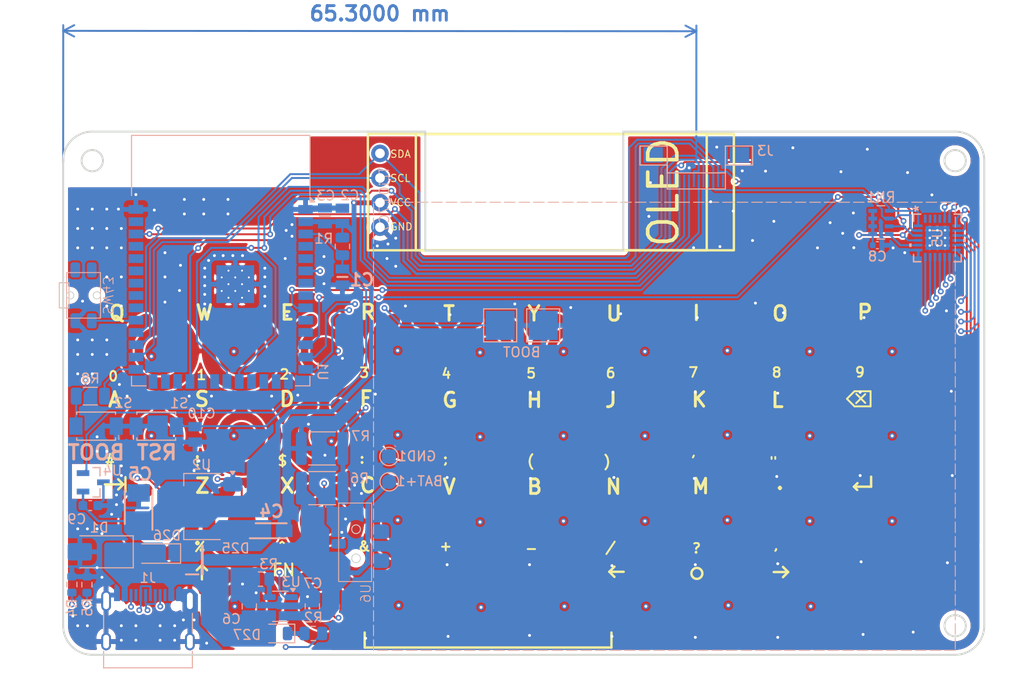
<source format=kicad_pcb>
(kicad_pcb (version 20240108) (generator "pcbnew") (generator_version "8.0")
  (layers (0 "F.Cu" signal) (1 "In1.Cu" signal) (2 "In2.Cu" signal) (31 "B.Cu" signal) (34 "B.Paste" user) (35 "F.Paste" user) (36 "B.SilkS" user "B.Silkscreen") (37 "F.SilkS" user "F.Silkscreen") (38 "B.Mask" user) (39 "F.Mask" user) (44 "Edge.Cuts" user))
  (net 0 "")
  (net 1 "GND")
  (net 2 "EN")
  (net 3 "+3.3V")
  (net 4 "Net-(C4-+)")
  (net 5 "col1")
  (net 6 "col2")
  (net 7 "col3")
  (net 8 "col4")
  (net 9 "col5")
  (net 11 "col6")
  (net 12 "col8")
  (net 14 "USB_5V")
  (net 15 "BAT+")
  (net 16 "Net-(D27-K)")
  (net 17 "Net-(U3-STAT)")
  (net 18 "Net-(U3-PROG)")
  (net 19 "row1")
  (net 20 "row2")
  (net 21 "row3")
  (net 22 "row4")
  (net 23 "BOOT")
  (net 24 "col7")
  (net 34 "USB_D+")
  (net 35 "Net-(J1-CC1)")
  (net 36 "USB_D-")
  (net 37 "Net-(J1-CC2)")
  (net 38 "SPI_SCK")
  (net 39 "RES")
  (net 40 "CS")
  (net 41 "SPI_MOSI")
  (net 42 "D{slash}C")
  (net 43 "BUSY")
  (net 44 "SPI_MISO")
  (net 45 "I2C_SDA")
  (net 46 "I2C_SCL")
  (net 51 "INT")
  (net 57 "BAT_MEAS")
  (net 61 "Net-(RN1-R1.2)")
  (net 64 "MagSense")
  (net 66 "PWR_BTN")
  (net 68 "Net-(R8-Pad2)")
  (net 71 "col9")
  (net 72 "col10")
  (footprint "snaptron_7mm_doublesided:contact_pad_SINGLE" (layer "F.Cu") (at 147.92 65.4)
    (property "Reference" "SW30" (hide yes))
    (property "Value" "~")
  )
  (footprint "snaptron_7mm_doublesided:contact_pad_SINGLE" (layer "F.Cu") (at 79.92 74.2)
    (property "Reference" "SW9" (hide yes))
    (property "Value" "~")
  )
  (footprint "128x32_I2C_OLED_Library:128x32 I2C OLED" (layer "F.Cu") (at 94.175 36.25)
    (property "Reference" "J2" (hide yes))
    (property "Value" "128x32_I2C_OLED")
  )
  (footprint "snaptron_7mm_doublesided:contact_pad_SINGLE" (layer "F.Cu") (at 122.392071 56.642929)
    (property "Reference" "SW37" (hide yes))
    (property "Value" "~")
  )
  (footprint "snaptron_7mm_doublesided:contact_pad_SINGLE" (layer "F.Cu") (at 96.92 65.4)
    (property "Reference" "SW20" (hide yes))
    (property "Value" "~")
  )
  (footprint "snaptron_7mm_doublesided:contact_pad_SINGLE" (layer "F.Cu") (at 79.912071 56.642929)
    (property "Reference" "SW7" (hide yes))
    (property "Value" "~")
  )
  (footprint "snaptron_7mm_doublesided:contact_pad_SINGLE" (layer "F.Cu") (at 71.4 65.4)
    (property "Reference" "SW2" (hide yes))
    (property "Value" "~")
  )
  (footprint "snaptron_7mm_doublesided:contact_pad_SINGLE" (layer "F.Cu") (at 139.42 74.2)
    (property "Reference" "SW23" (hide yes))
    (property "Value" "~")
  )
  (footprint "snaptron_7mm_doublesided:contact_pad_SINGLE" (layer "F.Cu") (at 88.42 74.2)
    (property "Reference" "SW15" (hide yes))
    (property "Value" "~")
  )
  (footprint "snaptron_7mm_doublesided:contact_pad_SINGLE" (layer "F.Cu") (at 96.9 83)
    (property "Reference" "SW22" (hide yes))
    (property "Value" "~")
  )
  (footprint "snaptron_7mm_doublesided:contact_pad_SINGLE" (layer "F.Cu") (at 105.4 83)
    (property "Reference" "SW28" (hide yes))
    (property "Value" "~")
  )
  (footprint "snaptron_7mm_doublesided:contact_pad_SINGLE" (layer "F.Cu") (at 105.42 65.4)
    (property "Reference" "SW26" (hide yes))
    (property "Value" "~")
  )
  (footprint "snaptron_7mm_doublesided:contact_pad_SINGLE" (layer "F.Cu") (at 79.9 65.4)
    (property "Reference" "SW8" (hide yes))
    (property "Value" "~")
  )
  (footprint "snaptron_7mm_doublesided:contact_pad_SINGLE" (layer "F.Cu") (at 113.88 83)
    (property "Reference" "SW34" (hide yes))
    (property "Value" "~")
  )
  (footprint "snaptron_7mm_doublesided:contact_pad_SINGLE" (layer "F.Cu") (at 147.92 74.2)
    (property "Reference" "SW35" (hide yes))
    (property "Value" "~")
  )
  (footprint "snaptron_7mm_doublesided:contact_pad_SINGLE" (layer "F.Cu") (at 147.892071 56.642929)
    (property "Reference" "SW29" (hide yes))
    (property "Value" "~")
  )
  (footprint "snaptron_7mm_doublesided:contact_pad_SINGLE" (layer "F.Cu") (at 122.4 74.2)
    (property "Reference" "SW39" (hide yes))
    (property "Value" "~")
  )
  (footprint "snaptron_7mm_doublesided:contact_pad_SINGLE" (layer "F.Cu") (at 71.42 74.2)
    (property "Reference" "SW3" (hide yes))
    (property "Value" "~")
  )
  (footprint "snaptron_7mm_doublesided:contact_pad_SINGLE" (layer "F.Cu") (at 130.9 74.2)
    (property "Reference" "SW11" (hide yes))
    (property "Value" "~")
  )
  (footprint "snaptron_7mm_doublesided:contact_pad_SINGLE" (layer "F.Cu") (at 88.4 83)
    (property "Reference" "SW16" (hide yes))
    (property "Value" "~")
  )
  (footprint "snaptron_7mm_doublesided:contact_pad_SINGLE" (layer "F.Cu") (at 71.392071 56.642929)
    (property "Reference" "SW1" (hide yes))
    (property "Value" "~")
  )
  (footprint "snaptron_7mm_doublesided:contact_pad_SINGLE" (layer "F.Cu") (at 139.4 83)
    (property "Reference" "SW24" (hide yes))
    (property "Value" "~")
  )
  (footprint "snaptron_7mm_doublesided:contact_pad_SINGLE" (layer "F.Cu") (at 105.412071 56.642929)
    (property "Reference" "SW25" (hide yes))
    (property "Value" "~")
  )
  (footprint "snaptron_7mm_doublesided:contact_pad_SINGLE" (layer "F.Cu") (at 96.912071 56.642929)
    (property "Reference" "SW19" (hide yes))
    (property "Value" "~")
  )
  (footprint "snaptron_7mm_doublesided:contact_pad_SINGLE" (layer "F.Cu") (at 113.92 65.4)
    (property "Reference" "SW32" (hide yes))
    (property "Value" "~")
  )
  (footprint "snaptron_7mm_doublesided:contact_pad_SINGLE" (layer "F.Cu") (at 79.9 83)
    (property "Reference" "SW10" (hide yes))
    (property "Value" "~")
  )
  (footprint "snaptron_7mm_doublesided:contact_pad_SINGLE" (layer "F.Cu") (at 139.42 65.4)
    (property "Reference" "SW18" (hide yes))
    (property "Value" "~")
  )
  (footprint "snaptron_7mm_doublesided:contact_pad_SINGLE" (layer "F.Cu") (at 130.892071 56.642929)
    (property "Reference" "SW5" (hide yes))
    (property "Value" "~")
  )
  (footprint "snaptron_7mm_doublesided:contact_pad_SINGLE" (layer "F.Cu") (at 96.9 74.2)
    (property "Reference" "SW21" (hide yes))
    (property "Value" "~")
  )
  (footprint "snaptron_7mm_doublesided:contact_pad_SINGLE" (layer "F.Cu") (at 122.42 65.4)
    (property "Reference" "SW38" (hide yes))
    (property "Value" "~")
  )
  (footprint "snaptron_7mm_doublesided:contact_pad_SINGLE" (layer "F.Cu") (at 122.4 83)
    (property "Reference" "SW40" (hide yes))
    (property "Value" "~")
  )
  (footprint "snaptron_7mm_doublesided:contact_pad_SINGLE" (layer "F.Cu") (at 88.42 65.4)
    (property "Reference" "SW14" (hide yes))
    (property "Value" "~")
  )
  (footprint "snaptron_7mm_doublesided:contact_pad_SINGLE" (layer "F.Cu") (at 105.42 74.2)
    (property "Reference" "SW27" (hide yes))
    (property "Value" "~")
  )
  (footprint "snaptron_7mm_doublesided:contact_pad_SINGLE" (layer "F.Cu") (at 113.92 74.2)
    (property "Reference" "SW33" (hide yes))
    (property "Value" "~")
  )
  (footprint "snaptron_7mm_doublesided:contact_pad_SINGLE" (layer "F.Cu") (at 130.9 83)
    (property "Reference" "SW12" (hide yes))
    (property "Value" "~")
  )
  (footprint "snaptron_7mm_doublesided:contact_pad_SINGLE" (layer "F.Cu") (at 88.412071 56.642929)
    (property "Reference" "SW13" (hide yes))
    (property "Value" "~")
  )
  (footprint "snaptron_7mm_doublesided:contact_pad_SINGLE" (layer "F.Cu") (at 139.412071 56.642929)
    (property "Reference" "SW17" (hide yes))
    (property "Value" "~")
  )
  (footprint "snaptron_7mm_doublesided:contact_pad_SINGLE" (layer "F.Cu") (at 113.912071 56.642929)
    (property "Reference" "SW31" (hide yes))
    (property "Value" "~")
  )
  (footprint "snaptron_7mm_doublesided:contact_pad_SINGLE" (layer "F.Cu") (at 130.9 65.4)
    (property "Reference" "SW6" (hide yes))
    (property "Value" "~")
  )
  (footprint "CC0805KRX7R9BB104 (100nF):CAPC2012X95N" (layer "B.Cu") (at 90.3 42.7 -90)
    (property "Reference" "C2")
    (property "Value" "100nF" (hide yes))
  )
  (footprint "Capacitor_SMD:C_0805_2012Metric" (layer "B.Cu") (at 87.2 83 90)
    (property "Reference" "C7")
    (property "Value" "4.7uF")
  )
  (footprint "Resistor_SMD:R_1812_4532Metric" (layer "B.Cu") (at 88.2 66.7 180)
    (property "Reference" "R7")
    (property "Value" "100K")
  )
  (footprint "CL21A226MAQNNNE (22uF):CAPC2012X140N" (layer "B.Cu") (at 88.5 42.7 -90)
    (property "Reference" "C3")
    (property "Value" "22uF" (hide yes))
  )
  (footprint "Resistor_SMD:R_0603_1608Metric" (layer "B.Cu") (at 62.4 80.75 90)
    (property "Reference" "R4")
    (property "Value" "5.1k")
  )
  (footprint "TestPoint:TestPoint_Pad_3.0x3.0mm" (layer "B.Cu") (at 106.57 54 180)
    (property "Reference" "TP1" (hide yes))
    (property "Value" "TestPoint")
  )
  (footprint "Connector_USB:USB_C_Receptacle_G-Switch_GT-USB-7010ASV" (layer "B.Cu") (at 70.25 85.5625 180)
    (property "Reference" "J1")
    (property "Value" "USB_C_Receptacle_USB2.0_16P")
  )
  (footprint "Capacitor_SMD:C_0805_2012Metric" (layer "B.Cu") (at 80.7 83 90)
    (property "Reference" "C6")
    (property "Value" "4.7uF")
  )
  (footprint "Resistor_SMD:R_Array_Concave_4x0603" (layer "B.Cu") (at 145.840874 43.375189)
    (property "Reference" "RN1")
    (property "Value" "4x10k")
  )
  (footprint "Capacitor_SMD:C_0402_1005Metric" (layer "B.Cu") (at 145.475189 45.725189)
    (property "Reference" "C8")
    (property "Value" "0.1uF")
  )
  (footprint "CL21B105KBFNNNE:CAPC2012X135N" (layer "B.Cu") (at 90.3 49 90)
    (property "Reference" "C1")
    (property "Value" "1uF" (hide yes))
  )
  (footprint "Resistor_SMD:R_0805_2012Metric" (layer "B.Cu") (at 87.3 85.8 180)
    (property "Reference" "R2")
    (property "Value" "470R" (hide yes))
  )
  (footprint "LED_SMD:LED_0805_2012Metric" (layer "B.Cu") (at 83.7 85.8 180)
    (property "Reference" "D27")
    (property "Value" "KT-0805Y")
  )
  (footprint "IRLML6302TRPBF:SOT95P237X112-3N" (layer "B.Cu") (at 75.85 78.2)
    (property "Reference" "D25")
    (property "Value" "IRLML6302TRPBF" (hide yes))
  )
  (footprint "RF_Module:ESP32-S3-WROOM-1" (layer "B.Cu") (at 77.75 47.29 180)
    (property "Reference" "U1")
    (property "Value" "ESP32-S3-WROOM-1")
  )
  (footprint "AFC01-S12FCA-00:AFC01-S12FCA-00" (layer "B.Cu") (at 126.8 39.091372)
    (property "Reference" "J3")
    (property "Value" "Conn_01x12_Pin")
  )
  (footprint "TS-1088-AR02016:SW_TS-1088-AR02016" (layer "B.Cu") (at 64.9 64.4)
    (property "Reference" "S2")
    (property "Value" "TS-1088-AR02016")
  )
  (footprint "CC0805KRX7R9BB104 (100nF):CAPC2012X95N" (layer "B.Cu") (at 75.1 65.25 -90)
    (property "Reference" "C10")
    (property "Value" "100nF" (hide yes))
  )
  (footprint "TCA8418:RTW24_2P45X2P45" (layer "B.Cu") (at 151.665874 44.974874 -90)
    (property "Reference" "U5")
    (property "Value" "TCA8418RTWR")
  )
  (footprint "Package_TO_SOT_SMD:SOT-23-5" (layer "B.Cu") (at 83.9 83 180)
    (property "Reference" "U3")
    (property "Value" "MCP73831-2-OT")
  )
  (footprint "TestPoint:TestPoint_Pad_D1.5mm" (layer "B.Cu") (at 95.11 67.53 180)
    (property "Reference" "GND1")
    (property "Value" "TestPoint_Flag")
  )
  (footprint "Diode_SMD:D_SMA" (layer "B.Cu") (at 65.2175 77.37 180)
    (property "Reference" "D1")
    (property "Value" "SMAJ5.0A")
  )
  (footprint "TS-1088-AR02016:SW_TS-1088-AR02016" (layer "B.Cu") (at 71.1 64.4 180)
    (property "Reference" "S1")
    (property "Value" "TS-1088-AR02016")
  )
  (footprint "footprints:DBZ0003A-MFG" (layer "B.Cu") (at 64.6 70.2)
    (property "Reference" "U4")
    (property "Value" "DRV5032FBDBZR")
  )
  (footprint "Resistor_SMD:R_0603_1608Metric" (layer "B.Cu") (at 63.95 80.7625 90)
    (property "Reference" "R5")
    (property "Value" "5.1k")
  )
  (footprint "TCJB226M025R0150E (22uF) TAN:CAPPM3528X210N" (layer "B.Cu") (at 69.28 72.75 90)
    (property "Reference" "C5")
    (property "Value" "22uF" (hide yes))
  )
  (footprint "Capacitor_SMD:C_0603_1608Metric" (layer "B.Cu") (at 64.3 72.6)
    (property "Reference" "C9")
    (property "Value" "10uF")
  )
  (footprint "Diode_SMD:D_SOD-123" (layer "B.Cu") (at 71.25 77.55 180)
    (property "Reference" "D26")
    (property "Value" "1N4148W")
  )
  (footprint "TestPoint:TestPoint_Pad_3.0x3.0mm" (layer "B.Cu") (at 111.01 54 180)
    (property "Reference" "TP2" (hide yes))
    (property "Value" "TestPoint")
  )
  (footprint "EVQPUL02K:EVQPUL02K" (layer "B.Cu") (at 63.6 50.9 90)
    (property "Reference" "SW43")
    (property "Value" "EVQPUL02K")
    (fp_circle (center 0 -1.375) (end 0.375 -1.375) (stroke (width 0.1)) (fill none) (layer "Edge.Cuts"))
    (fp_circle (center 0 1.375) (end 0.375 1.375) (stroke (width 0.1)) (fill none) (layer "Edge.Cuts"))
  )
  (footprint "TAJA106K016RNJ (10uF) TAN:CAPPM3216X180N" (layer "B.Cu") (at 82.95 75.2)
    (property "Reference" "C4")
    (property "Value" "10uF" (hide yes))
  )
  (footprint "TestPoint:TestPoint_Pad_D1.5mm" (layer "B.Cu") (at 95.13 70.14 180)
    (property "Reference" "BAT+1")
    (property "Value" "TestPoint_Flag")
  )
  (footprint "BC-4-3PD:BC-4-3PD" (layer "B.Cu") (at 91.71 76.54 -90)
    (property "Reference" "U6")
    (property "Value" "BC-4-3PD")
    (fp_circle (center -1.5 0) (end -1.05 0) (stroke (width 0.1)) (fill none) (layer "Edge.Cuts"))
    (fp_circle (center 1.5 0) (end 1.95 0) (stroke (width 0.1)) (fill none) (layer "Edge.Cuts"))
  )
  (footprint "Package_TO_SOT_SMD:SOT-223-3_TabPin2" (layer "B.Cu") (at 75.85 72.7 180)
    (property "Reference" "U2")
    (property "Value" "ADP3338")
  )
  (footprint "Resistor_SMD:R_1206_3216Metric" (layer "B.Cu") (at 64.3 61.3 180)
    (property "Reference" "R8")
    (property "Value" "100R")
  )
  (footprint "Resistor_SMD:R_1812_4532Metric" (layer "B.Cu") (at 88.2125 70.8)
    (property "Reference" "R6")
    (property "Value" "100K")
  )
  (footprint "Resistor_SMD:R_0805_2012Metric" (layer "B.Cu") (at 81.85 80.19)
    (property "Reference" "R3")
    (property "Value" "2k")
  )
  (footprint "Resistor_SMD:R_0805_2012Metric" (layer "B.Cu") (at 90.3 45.85 -90)
    (property "Reference" "R1")
    (property "Value" "10K")
  )
  (gr_poly (pts (xy 89.9 81.4) (xy 91.03 80.27) (xy 91.03 78.33) (xy 90.16 77.46) (xy 88.44 77.46) (xy 88.3 77.6) (xy 88.3 81.4)) (stroke (width 0.2)) (fill solid) (layer "B.Cu") (net 15))
  (gr_poly (pts (xy 75.5 77.8) (xy 76.32561 76.97439) (xy 75.7 76.97439) (xy 75.5 77.17439)) (stroke (width 0.2)) (fill solid) (layer "B.Cu") (net 4))
  (gr_poly (pts (xy 81.7 83.09) (xy 80.44 83.09) (xy 78.9 81.55) (xy 78.9 79.1) (xy 81.7 79.1)) (stroke (width 0.2)) (fill solid) (layer "B.Cu") (net 1))
  (gr_poly (pts (xy 85.475 76.475) (xy 86.05 75.9) (xy 87.3 75.9) (xy 87.5 76.1) (xy 87.5 77) (xy 87.1 77.4) (xy 86.4 77.4)) (stroke (width 0.2)) (fill solid) (layer "B.Cu") (net 15))
  (gr_poly (pts (xy 75 81.5) (xy 75.3 81.8) (xy 75.3 83.7) (xy 75 84)) (stroke (width 0.2)) (fill solid) (layer "B.Cu") (net 1))
  (gr_poly (pts (xy 75.8 82.43) (xy 75.8 84.8) (xy 78.05 87.05) (xy 79.7 87.05) (xy 80.2 86.55) (xy 80.2 85.31) (xy 77.32 82.43)) (stroke (width 0.2)) (fill solid) (layer "B.Cu") (net 14))
  (gr_poly (pts (xy 80.53 73.71) (xy 82.85 73.71) (xy 83.8 72.76) (xy 83.8 64.85) (xy 80.53 68.12)) (stroke (width 0.2)) (fill solid) (layer "B.Cu") (net 3))
  (gr_poly (pts (xy 83.3 77.7) (xy 83.3 76.5) (xy 87.1 76.5) (xy 87.1 78.7) (xy 84.3 78.7)) (stroke (width 0.2)) (fill solid) (layer "B.Cu") (net 15))
  (gr_poly (pts (xy 80.53 73.71) (xy 81.5 72.74) (xy 81.5 72.64) (xy 80.53 71.67)) (stroke (width 0.2)) (fill solid) (layer "B.Cu") (net 3))
  (gr_poly (pts (xy 88.88 74.52) (xy 88.78 74.42) (xy 88.78 72.9) (xy 88.85 72.83) (xy 91.41 72.83) (xy 91.41 73.82) (xy 90.71 74.52)) (stroke (width 0.2)) (fill solid) (layer "B.Cu") (net 1))
  (gr_poly (pts (xy 73.23 80.65) (xy 72.84 81.04) (xy 72.84 82.31) (xy 72.46 82.31) (xy 72.46 81.06) (xy 71.9 80.5) (xy 68.5 80.5) (xy 68.04 80.96) (xy 68.04 82.4) (xy 67.65 82.4) (xy 67.65 79.15) (xy 67 78.5) (xy 66.3 78.5) (xy 68.39 77) (xy 71.080264 77.419736) (xy 71.022417 77.477583) (xy 70.315032 78.184968) (xy 72 78.2) (xy 72.5 78.7) (xy 75.4 78.7) (xy 75.9 79.2) (xy 75.9 80.2) (xy 75.45 80.65)) (stroke (width 0.2)) (fill solid) (layer "B.Cu") (net 14))
  (gr_poly (pts (xy 79.7 87.05) (xy 83.2 87.05) (xy 83.35 86.9) (xy 83.35 86.55) (xy 82.8 86) (xy 79.7 86)) (stroke (width 0.2)) (fill solid) (layer "B.Cu") (net 14))
  (gr_poly (pts (xy 86.1 71.05) (xy 86.1 76.4) (xy 87.4 75.1) (xy 87.4 72.2) (xy 86.25 71.05)) (stroke (width 0.2)) (fill solid) (layer "B.Cu") (net 15))
  (gr_poly (pts (xy 73.9 81.3) (xy 74.8 81.3) (xy 75 81.5) (xy 75 84) (xy 74 84) (xy 73.9 83.9)) (stroke (width 0.2)) (fill solid) (layer "B.Cu") (net 1))
  (gr_poly (pts (xy 82.85 76.2) (xy 76.85 76.2) (xy 76.6 75.2) (xy 77.6 74.2) (xy 82.85 74.2)) (stroke (width 0.2)) (fill solid) (layer "B.Cu") (net 4))
  (gr_poly (pts (xy 87.8 76.35) (xy 87.8 79.4) (xy 86.4 78) (xy 86.4 77.4) (xy 87.45 76.35)) (stroke (width 0.2)) (fill solid) (layer "B.Cu") (net 15))
  (gr_poly (pts (xy 80.02 83.51) (xy 83.35 83.51) (xy 83.35 86.55) (xy 80.02 86.55)) (stroke (width 0.2)) (fill solid) (layer "B.Cu") (net 14))
  (gr_poly (pts (xy 81.7 83.09) (xy 83.79 83.09) (xy 83.9 83.2) (xy 86 83.2) (xy 86.2 83) (xy 87.7 83) (xy 87.9 82.8) (xy 87.9 81.6) (xy 85.4 79.1) (xy 84.45 79.1) (xy 84.45 81) (xy 84.85 81.4) (xy 85.9 81.4) (xy 86 81.5) (xy 86 82.6) (xy 85.9 82.7) (xy 84.3 82.7) (xy 81.7 82.7)) (stroke (width 0.2)) (fill solid) (layer "B.Cu") (net 1))
  (gr_poly (pts (xy 88.15 74.45) (xy 86.7 75.9) (xy 86.1 75.9) (xy 86.1 76.4) (xy 87.05 77.35) (xy 88.84 75.56) (xy 88.84 75.09) (xy 88.2 74.45)) (stroke (width 0.2)) (fill solid) (layer "B.Cu") (net 15))
  (gr_poly (pts (xy 70.5 77) (xy 70.01 76.51) (xy 65.97 76.51) (xy 65.83 76.65) (xy 65.83 78.21) (xy 66.07 78.45) (xy 69.18 78.45) (xy 70.5 77.13)) (stroke (width 0.2)) (fill solid) (layer "B.Cu") (net 14))
  (gr_poly (pts (xy 83.78 73.75) (xy 84.89 73.75) (xy 84.9 73.76) (xy 84.9 74.73) (xy 84.83 74.8) (xy 83.73 74.8) (xy 83.73 73.8)) (stroke (width 0.2)) (fill solid) (layer "B.Cu") (net 1))
  (gr_poly (pts (xy 80.05 71.7) (xy 80.7 71.05) (xy 80.7 71.5) (xy 80.5 71.7)) (stroke (width 0.2)) (fill solid) (layer "B.Cu") (net 3))
  (gr_poly (pts (xy 73.4 81.3) (xy 74 81.3) (xy 74 82.4) (xy 73.9 82.5) (xy 73.8 82.5) (xy 73.4 82.1)) (stroke (width 0.2)) (fill solid) (layer "B.Cu") (net 1))
  (gr_poly (pts (xy 84.3 83.6) (xy 86.2 83.6) (xy 86.4 83.4) (xy 87.9 83.4) (xy 88.6 82.7) (xy 89.9 82.7) (xy 89.89 82.7) (xy 89.89 83.229398) (xy 88.943284 84.35) (xy 83.83 84.35) (xy 83.83 83.6)) (stroke (width 0.2)) (fill solid) (layer "B.Cu") (net 15))
  (gr_poly (pts (xy 67.6 80.9) (xy 65.83 79.13) (xy 65.83 78.21) (xy 67.51 78.21) (xy 67.7 78.4) (xy 67.7 80.8)) (stroke (width 0.2)) (fill solid) (layer "B.Cu") (net 14))
  (gr_poly (pts (xy 75.4 79.1) (xy 78.46 79.1) (xy 78.46 83.39) (xy 78.46 83.45) (xy 78.92 83.91) (xy 79.9 83.91) (xy 79.9 84.9) (xy 78.27 84.9) (xy 75.8 82.43) (xy 75.8 81.537146) (xy 74.950723 80.7) (xy 75.4 80.65)) (stroke (width 0.2)) (fill solid) (layer "B.Cu") (net 14))
  (gr_poly (pts (xy 83.2 76.5) (xy 81.6 78.1) (xy 83 78.1) (xy 84.1 77) (xy 83.6 76.5)) (stroke (width 0.2)) (fill solid) (layer "B.Cu") (net 15))
  (gr_poly (pts (xy 68.13 73.29) (xy 70.42 73.29) (xy 71.3 72.41) (xy 71.3 71.08) (xy 72.16 70.22) (xy 75.55 70.22) (xy 77.02 71.69) (xy 80.51 71.69) (xy 80.53 71.67) (xy 80.53 73.71) (xy 77.41 73.71) (xy 77.405 73.705) (xy 76.42 74.7) (xy 76.350703 74.77) (xy 73.71 74.77) (xy 72.41 76.07) (xy 68.67 76.07) (xy 67.87 75.27) (xy 67.87 73.37) (xy 67.95 73.29) (xy 68.3 73.29) (xy 68.71 73.7) (xy 68.54 73.7)) (stroke (width 0.2)) (fill solid) (layer "B.Cu") (net 3))
  (gr_poly (pts (xy 73.85 75.2) (xy 72.45 76.6) (xy 72.45 78.05) (xy 72.7 78.3) (xy 75.4 78.3) (xy 75.6 78.1) (xy 75.6 76.5) (xy 74.3 75.2)) (stroke (width 0.2)) (fill solid) (layer "B.Cu") (net 4))
  (gr_poly (pts (xy 72 78.2) (xy 72 76.79) (xy 71.705263 76.51) (xy 69.91 76.51) (xy 69.91 78.21) (xy 70 78.3) (xy 71.9 78.3)) (stroke (width 0.2)) (fill solid) (layer "B.Cu") (net 14))
  (gr_poly (pts (xy 82.85 76.2) (xy 81.85 77.2) (xy 76.02561 77.2) (xy 74.02561 75.2) (xy 73.85 75.2) (xy 81.85 75.2)) (stroke (width 0.2)) (fill solid) (layer "B.Cu") (net 4))
  (gr_poly (pts (xy 88.84 80.4) (xy 88.84 75.5) (xy 88.1 75.5) (xy 87.1 76.5) (xy 87.1 79.25) (xy 88.25 80.4)) (stroke (width 0.2)) (fill solid) (layer "B.Cu") (net 15))
  (gr_poly (pts (xy 89.9 82.7) (xy 89.9 81.4) (xy 89.3 81.4) (xy 88.9 81) (xy 88.9 80.4) (xy 86.2 77.7) (xy 76.2 77.7) (xy 76 77.9) (xy 76 78.5) (xy 76.2 78.7) (xy 85.6 78.7) (xy 88.3 81.4) (xy 88.3 83.2) (xy 89.9 83.2)) (stroke (width 0.2)) (fill solid) (layer "B.Cu") (net 15))
  (gr_line (start 144.83 70.65) (end 143.06 70.65) (stroke (width 0.25)) (layer "F.SilkS"))
  (gr_line (start 67.7 70.41) (end 67.17 70.94) (stroke (width 0.25)) (layer "F.SilkS"))
  (gr_line (start 75.81 80.22) (end 75.81 78.74) (stroke (width 0.25)) (layer "F.SilkS"))
  (gr_line (start 144.775 62.36) (end 143.205 62.36) (stroke (width 0.2)) (layer "F.SilkS"))
  (gr_line (start 143.13 62.375) (end 142.36 61.605) (stroke (width 0.2)) (layer "F.SilkS"))
  (gr_line (start 143.06 70.65) (end 143.43 70.28) (stroke (width 0.25)) (layer "F.SilkS"))
  (gr_line (start 144.83 69.62) (end 144.83 70.65) (stroke (width 0.25)) (layer "F.SilkS"))
  (gr_line (start 119.31 79.43) (end 117.83 79.43) (stroke (width 0.25)) (layer "F.SilkS"))
  (gr_line (start 143.135 60.8) (end 144.775 60.8) (stroke (width 0.2)) (layer "F.SilkS"))
  (gr_line (start 144.775 60.8) (end 144.775 62.36) (stroke (width 0.2)) (layer "F.SilkS"))
  (gr_line (start 92.6 85.7) (end 92.6 87.25) (stroke (width 0.25)) (layer "F.SilkS"))
  (gr_line (start 67.92 69.67) (end 67.92 71.17) (stroke (width 0.25)) (layer "F.SilkS"))
  (gr_line (start 136.27 79.46) (end 135.74 79.99) (stroke (width 0.25)) (layer "F.SilkS"))
  (gr_line (start 143.06 70.65) (end 143.4 70.99) (stroke (width 0.25)) (layer "F.SilkS"))
  (gr_line (start 92.6 87.25) (end 118.05 87.25) (stroke (width 0.25)) (layer "F.SilkS"))
  (gr_line (start 65.8 70.41) (end 67.7 70.41) (stroke (width 0.25)) (layer "F.SilkS"))
  (gr_line (start 117.83 79.43) (end 118.36 78.9) (stroke (width 0.25)) (layer "F.SilkS"))
  (gr_line (start 134.79 79.46) (end 136.27 79.46) (stroke (width 0.25)) (layer "F.SilkS"))
  (gr_line (start 75.81 78.74) (end 76.34 79.27) (stroke (width 0.25)) (layer "F.SilkS"))
  (gr_line (start 117.83 79.43) (end 118.36 79.96) (stroke (width 0.25)) (layer "F.SilkS"))
  (gr_line (start 143.285 62.03) (end 144.225 61.09) (stroke (width 0.2)) (layer "F.SilkS"))
  (gr_line (start 136.27 79.46) (end 135.74 78.93) (stroke (width 0.25)) (layer "F.SilkS"))
  (gr_line (start 143.305 61.08) (end 144.225 62) (stroke (width 0.2)) (layer "F.SilkS"))
  (gr_circle (center 126.86 79.6) (end 127.425685 79.6) (stroke (width 0.25)) (fill none) (layer "F.SilkS"))
  (gr_line (start 118.05 85.7) (end 118.05 87.25) (stroke (width 0.25)) (layer "F.SilkS"))
  (gr_line (start 67.7 70.41) (end 67.17 69.88) (stroke (width 0.25)) (layer "F.SilkS"))
  (gr_line (start 75.81 78.74) (end 75.28 79.27) (stroke (width 0.25)) (layer "F.SilkS"))
  (gr_line (start 142.34 61.575) (end 143.13 60.785) (stroke (width 0.2)) (layer "F.SilkS"))
  (gr_line (start 153.5 88) (end 64.5 88) (stroke (width 0.2)) (layer "Edge.Cuts"))
  (gr_line (start 98.85 46.27) (end 119.27 46.27) (stroke (width 0.2)) (layer "Edge.Cuts"))
  (gr_line (start 156.5 37) (end 156.5 85) (stroke (width 0.2)) (layer "Edge.Cuts"))
  (gr_circle (center 153.5 37) (end 154.6 37) (stroke (width 0.2)) (fill none) (layer "Edge.Cuts"))
  (gr_arc (start 156.5 85) (mid 155.62132 87.12132) (end 153.5 88) (stroke (width 0.2)) (layer "Edge.Cuts"))
  (gr_arc (start 61.5 37) (mid 62.37868 34.87868) (end 64.5 34) (stroke (width 0.2)) (layer "Edge.Cuts"))
  (gr_line (start 119.27 34) (end 153.5 34) (stroke (width 0.2)) (layer "Edge.Cuts"))
  (gr_circle (center 64.5 37) (end 65.6 37) (stroke (width 0.2)) (fill none) (layer "Edge.Cuts"))
  (gr_line (start 61.5 85) (end 61.5 37) (stroke (width 0.2)) (layer "Edge.Cuts"))
  (gr_arc (start 153.5 34) (mid 155.62132 34.87868) (end 156.5 37) (stroke (width 0.2)) (layer "Edge.Cuts"))
  (gr_arc (start 64.5 88) (mid 62.37868 87.12132) (end 61.5 85) (stroke (width 0.2)) (layer "Edge.Cuts"))
  (gr_circle (center 153.5 85) (end 154.6 85) (stroke (width 0.2)) (fill none) (layer "Edge.Cuts"))
  (gr_line (start 119.27 46.27) (end 119.27 34) (stroke (width 0.2)) (layer "Edge.Cuts"))
  (gr_line (start 64.5 34) (end 98.85 34) (stroke (width 0.2)) (layer "Edge.Cuts"))
  (gr_line (start 98.85 34) (end 98.85 46.27) (stroke (width 0.2)) (layer "Edge.Cuts"))
  (gr_text "RST" (at 73.4 68 0) (layer "B.SilkS") (effects (font (size 1.5 1.5) (thickness 0.3) (bold yes)) (justify left bottom mirror)))
  (gr_text "BOOT" (at 68 68 0) (layer "B.SilkS") (effects (font (size 1.5 1.5) (thickness 0.3) (bold yes)) (justify left bottom mirror)))
  (gr_text "BOOT" (at 110.83 57.36 0) (layer "B.SilkS") (effects (font (size 1 1)) (justify left bottom mirror)))
  (gr_text "{dblquote}" (at 134.24 68.72 0) (layer "F.SilkS") (effects (font (size 1 1) (thickness 0.2) (bold yes)) (justify left bottom)))
  (gr_text "T" (at 100.53 53.66 0) (layer "F.SilkS") (effects (font (size 1.5 1.5) (thickness 0.3) (bold yes)) (justify left bottom)))
  (gr_text "^" (at 83.66 77.5 0) (layer "F.SilkS") (effects (font (size 1 1) (thickness 0.2) (bold yes)) (justify left bottom)))
  (gr_text "7" (at 125.89 59.44 0) (layer "F.SilkS") (effects (font (size 1 1) (thickness 0.2) (bold yes)) (justify left bottom)))
  (gr_text "," (at 134.62 77.26 0) (layer "F.SilkS") (effects (font (size 1 1) (thickness 0.2) (bold yes)) (justify left bottom)))
  (gr_text "X" (at 83.69 71.44 0) (layer "F.SilkS") (effects (font (size 1.5 1.5) (thickness 0.3) (bold yes)) (justify left bottom)))
  (gr_text "-" (at 109.04 77.6 0) (layer "F.SilkS") (effects (font (size 1 1) (thickness 0.2) (bold yes)) (justify left bottom)))
  (gr_text "'" (at 126.13 68.57 0) (layer "F.SilkS") (effects (font (size 1 1) (thickness 0.2) (bold yes)) (justify left bottom)))
  (gr_text "S" (at 74.9 62.49 0) (layer "F.SilkS") (effects (font (size 1.5 1.5) (thickness 0.3) (bold yes)) (justify left bottom)))
  (gr_text "8" (at 134.48 59.45 0) (layer "F.SilkS") (effects (font (size 1 1) (thickness 0.2) (bold yes)) (justify left bottom)))
  (gr_text "Y" (at 109.22 53.66 0) (layer "F.SilkS") (effects (font (size 1.5 1.5) (thickness 0.3) (bold yes)) (justify left bottom)))
  (gr_text "N" (at 117.28 71.54 0) (layer "F.SilkS") (effects (font (size 1.5 1.5) (thickness 0.3) (bold yes)) (justify left bottom)))
  (gr_text "FN" (at 82.91 79.98 0) (layer "F.SilkS") (effects (font (size 1.25 1.25) (thickness 0.2) (bold yes)) (justify left bottom)))
  (gr_text "2" (at 83.71 59.64 0) (layer "F.SilkS") (effects (font (size 1 1) (thickness 0.2) (bold yes)) (justify left bottom)))
  (gr_text "." (at 134.87 71.05 0) (layer "F.SilkS") (effects (font (size 1.5 1.5) (thickness 0.3) (bold yes)) (justify left bottom)))
  (gr_text "P" (at 143.24 53.51 0) (layer "F.SilkS") (effects (font (size 1.5 1.5) (thickness 0.3) (bold yes)) (justify left bottom)))
  (gr_text ";" (at 100.55 68.38 0) (layer "F.SilkS") (effects (font (size 1 1) (thickness 0.2) (bold yes)) (justify left bottom)))
  (gr_text "R" (at 91.99 53.51 0) (layer "F.SilkS") (effects (font (size 1.5 1.5) (thickness 0.3) (bold yes)) (justify left bottom)))
  (gr_text "V" (at 100.48 71.54 0) (layer "F.SilkS") (effects (font (size 1.5 1.5) (thickness 0.3) (bold yes)) (justify left bottom)))
  (gr_text "K" (at 126.15 62.54 0) (layer "F.SilkS") (effects (font (size 1.5 1.5) (thickness 0.3) (bold yes)) (justify left bottom)))
  (gr_text "?" (at 126.27 77.6 0) (layer "F.SilkS") (effects (font (size 1 1) (thickness 0.2) (bold yes)) (justify left bottom)))
  (gr_text "U" (at 117.33 53.66 0) (layer "F.SilkS") (effects (font (size 1.5 1.5) (thickness 0.3) (bold yes)) (justify left bottom)))
  (gr_text "Q" (at 66.07 53.61 0) (layer "F.SilkS") (effects (font (size 1.5 1.5) (thickness 0.3) (bold yes)) (justify left bottom)))
  (gr_text "L" (at 134.36 62.59 0) (layer "F.SilkS") (effects (font (size 1.5 1.5) (thickness 0.3) (bold yes)) (justify left bottom)))
  (gr_text "O" (at 134.46 53.66 0) (layer "F.SilkS") (effects (font (size 1.5 1.5) (thickness 0.3) (bold yes)) (justify left bottom)))
  (gr_text "F" (at 91.89 62.44 0) (layer "F.SilkS") (effects (font (size 1.5 1.5) (thickness 0.3) (bold yes)) (justify left bottom)))
  (gr_text "#" (at 65.72 68.48 0) (layer "F.SilkS") (effects (font (size 1 1) (thickness 0.2) (bold yes)) (justify left bottom)))
  (gr_text ")" (at 117.15 68.62 0) (layer "F.SilkS") (effects (font (size 1 1) (thickness 0.2) (bold yes)) (justify left bottom)))
  (gr_text "J" (at 117.23 62.59 0) (layer "F.SilkS") (effects (font (size 1.5 1.5) (thickness 0.3) (bold yes)) (justify left bottom)))
  (gr_text "I" (at 126.25 53.61 0) (layer "F.SilkS") (effects (font (size 1.5 1.5) (thickness 0.3) (bold yes)) (justify left bottom)))
  (gr_text ":" (at 91.96 68.33 0) (layer "F.SilkS") (effects (font (size 1 1) (thickness 0.2) (bold yes)) (justify left bottom)))
  (gr_text "Z" (at 74.95 71.44 0) (layer "F.SilkS") (effects (font (size 1.5 1.5) (thickness 0.3) (bold yes)) (justify left bottom)))
  (gr_text "1" (at 75.15 59.7 0) (layer "F.SilkS") (effects (font (size 1 1) (thickness 0.2) (bold yes)) (justify left bottom)))
  (gr_text "4" (at 100.41 59.57 0) (layer "F.SilkS") (effects (font (size 1 1) (thickness 0.2) (bold yes)) (justify left bottom)))
  (gr_text "E" (at 83.74 53.56 0) (layer "F.SilkS") (effects (font (size 1.5 1.5) (thickness 0.3) (bold yes)) (justify left bottom)))
  (gr_text "9" (at 143.07 59.42 0) (layer "F.SilkS") (effects (font (size 1 1) (thickness 0.2) (bold yes)) (justify left bottom)))
  (gr_text "6" (at 117.36 59.51 0) (layer "F.SilkS") (effects (font (size 1 1) (thickness 0.2) (bold yes)) (justify left bottom)))
  (gr_text "W" (at 75 53.56 0) (layer "F.SilkS") (effects (font (size 1.5 1.5) (thickness 0.3) (bold yes)) (justify left bottom)))
  (gr_text "C" (at 91.94 71.39 0) (layer "F.SilkS") (effects (font (size 1.5 1.5) (thickness 0.3) (bold yes)) (justify left bottom)))
  (gr_text "!" (at 74.97 68.62 0) (layer "F.SilkS") (effects (font (size 1 1) (thickness 0.2) (bold yes)) (justify left bottom)))
  (gr_text "%" (at 74.88 77.45 0) (layer "F.SilkS") (effects (font (size 1 1) (thickness 0.2) (bold yes)) (justify left bottom)))
  (gr_text "D" (at 83.64 62.49 0) (layer "F.SilkS") (effects (font (size 1.5 1.5) (thickness 0.3) (bold yes)) (justify left bottom)))
  (gr_text "/" (at 117.3 77.5 0) (layer "F.SilkS") (effects (font (size 1 1) (thickness 0.2) (bold yes)) (justify left bottom)))
  (gr_text "M" (at 126.2 71.49 0) (layer "F.SilkS") (effects (font (size 1.5 1.5) (thickness 0.3) (bold yes)) (justify left bottom)))
  (gr_text "+" (at 100.21 77.36 0) (layer "F.SilkS") (effects (font (size 1 1) (thickness 0.2) (bold yes)) (justify left bottom)))
  (gr_text "$" (at 83.51 68.57 0) (layer "F.SilkS") (effects (font (size 1 1) (thickness 0.2) (bold yes)) (justify left bottom)))
  (gr_text "(" (at 109.24 68.57 0) (layer "F.SilkS") (effects (font (size 1 1) (thickness 0.2) (bold yes)) (justify left bottom)))
  (gr_text "0" (at 66.05 59.84 0) (layer "F.SilkS") (effects (font (size 1 1) (thickness 0.2) (bold yes)) (justify left bottom)))
  (gr_text "G" (at 100.43 62.59 0) (layer "F.SilkS") (effects (font (size 1.5 1.5) (thickness 0.3) (bold yes)) (justify left bottom)))
  (gr_text "H" (at 109.12 62.59 0) (layer "F.SilkS") (effects (font (size 1.5 1.5) (thickness 0.3) (bold yes)) (justify left bottom)))
  (gr_text "5" (at 109.16 59.54 0) (layer "F.SilkS") (effects (font (size 1 1) (thickness 0.2) (bold yes)) (justify left bottom)))
  (gr_text "&" (at 91.82 77.4 0) (layer "F.SilkS") (effects (font (size 1 1) (thickness 0.2) (bold yes)) (justify left bottom)))
  (gr_text "3" (at 91.95 59.47 0) (layer "F.SilkS") (effects (font (size 1 1) (thickness 0.2) (bold yes)) (justify left bottom)))
  (gr_text "A" (at 65.97 62.54 0) (layer "F.SilkS") (effects (font (size 1.5 1.5) (thickness 0.3) (bold yes)) (justify left bottom)))
  (gr_text "B" (at 109.17 71.54 0) (layer "F.SilkS") (effects (font (size 1.5 1.5) (thickness 0.3) (bold yes)) (justify left bottom)))
  (dimension (type aligned) (layer "B.Cu") (pts (xy 126.8 37.691372) (xy 61.5 37.65)) (height 14.049606) (gr_text "65.3000 mm" (at 94.160041 21.821083 -0.036300776) (layer "B.Cu") (effects (font (size 1.5 1.5) (thickness 0.3)))) (format (prefix "") (suffix "") (units 3) (units_format 1) (precision 4)) (style (thickness 0.2) (arrow_length 1.27) (text_position_mode 0) (extension_height 0.58642) (extension_offset 0.5) keep_text_aligned))
  (via (at 76.8 61.3) (size 0.6) (drill 0.3) (layers "F.Cu" "B.Cu") (net 1))
  (via (at 65 75) (size 0.6) (drill 0.3) (layers "F.Cu" "B.Cu") (net 1))
  (via (at 109.7 61) (size 0.6) (drill 0.3) (layers "F.Cu" "B.Cu") (net 1))
  (via (at 82.3 48.1) (size 0.6) (drill 0.3) (layers "F.Cu" "B.Cu") (net 1))
  (via (at 63 75) (size 0.6) (drill 0.3) (layers "F.Cu" "B.Cu") (net 1))
  (via (at 143.04712 45.983428) (size 0.6) (drill 0.3) (layers "F.Cu" "B.Cu") (net 1))
  (via (at 85.1 43.6) (size 0.6) (drill 0.3) (layers "F.Cu" "B.Cu") (net 1))
  (via (at 85.1 44.8) (size 0.6) (drill 0.3) (layers "F.Cu" "B.Cu") (net 1))
  (via (at 76.1 49.9) (size 0.6) (drill 0.3) (layers "F.Cu" "B.Cu") (net 1))
  (via (at 101.2 60.93) (size 0.6) (drill 0.3) (layers "F.Cu" "B.Cu") (net 1))
  (via (at 66.5 73.5) (size 0.6) (drill 0.3) (layers "F.Cu" "B.Cu") (net 1))
  (via (at 71.5 86.5) (size 0.6) (drill 0.3) (layers "F.Cu" "B.Cu") (net 1))
  (via (at 63 57) (size 0.6) (drill 0.3) (layers "F.Cu" "B.Cu") (net 1))
  (via (at 66 57) (size 0.6) (drill 0.3) (layers "F.Cu" "B.Cu") (net 1))
  (via (at 67 71.5) (size 0.6) (drill 0.3) (layers "F.Cu" "B.Cu") (net 1))
  (via (at 118.1 86.1) (size 0.6) (drill 0.3) (layers "F.Cu" "B.Cu") (net 1))
  (via (at 92.6 69.8) (size 0.6) (drill 0.3) (layers "F.Cu" "B.Cu") (net 1))
  (via (at 135.1 69.6) (size 0.6) (drill 0.3) (layers "F.Cu" "B.Cu") (net 1))
  (via (at 76.1 48.1) (size 0.6) (drill 0.3) (layers "F.Cu" "B.Cu") (net 1))
  (via (at 74.5 61.3) (size 0.6) (drill 0.3) (layers "F.Cu" "B.Cu") (net 1))
  (via (at 76.5 47.3) (size 0.6) (drill 0.3) (layers "F.Cu" "B.Cu") (net 1))
  (via (at 133.94 38.08) (size 0.6) (drill 0.3) (layers "F.Cu" "B.Cu") (net 1))
  (via (at 64.5 46) (size 0.6) (drill 0.3) (layers "F.Cu" "B.Cu") (net 1))
  (via (at 131.54 38.05) (size 0.6) (drill 0.3) (layers "F.Cu" "B.Cu") (net 1))
  (via (at 126.062662 37.741371) (size 0.6) (drill 0.3) (layers "F.Cu" "B.Cu") (net 1))
  (via (at 64.5 55.5) (size 0.6) (drill 0.3) (layers "F.Cu" "B.Cu") (net 1))
  (via (at 130.61 42.2) (size 0.6) (drill 0.3) (layers "F.Cu" "B.Cu") (net 1))
  (via (at 141.9 44.5) (size 0.6) (drill 0.3) (layers "F.Cu" "B.Cu") (net 1))
  (via (at 94.9 47.1) (size 0.6) (drill 0.3) (layers "F.Cu" "B.Cu") (net 1))
  (via (at 143.7 60.9) (size 0.6) (drill 0.3) (layers "F.Cu" "B.Cu") (net 1))
  (via (at 93.7 61.1) (size 0.6) (drill 0.3) (layers "F.Cu" "B.Cu") (net 1))
  (via (at 95.8 47.9) (size 0.6) (drill 0.3) (layers "F.Cu" "B.Cu") (net 1))
  (via (at 74 41) (size 0.6) (drill 0.3) (layers "F.Cu" "B.Cu") (net 1))
  (via (at 78.5 41) (size 0.6) (drill 0.3) (layers "F.Cu" "B.Cu") (net 1))
  (via (at 63 46) (size 0.6) (drill 0.3) (layers "F.Cu" "B.Cu") (net 1))
  (via (at 63 42) (size 0.6) (drill 0.3) (layers "F.Cu" "B.Cu") (net 1))
  (via (at 93.9 45.8) (size 0.6) (drill 0.3) (layers "F.Cu" "B.Cu") (net 1))
  (via (at 90.24 75.36) (size 0.6) (drill 0.3) (layers "F.Cu" "B.Cu") (net 1))
  (via (at 144.44 35.82) (size 0.6) (drill 0.3) (layers "F.Cu" "B.Cu") (net 1))
  (via (at 108.08 51.79) (size 0.6) (drill 0.3) (layers "F.Cu" "B.Cu") (net 1))
  (via (at 80 80.7) (size 0.6) (drill 0.3) (layers "F.Cu" "B.Cu") (net 1))
  (via (at 69 85) (size 0.6) (drill 0.3) (layers "F.Cu" "B.Cu") (net 1))
  (via (at 66 49) (size 0.6) (drill 0.3) (layers "F.Cu" "B.Cu") (net 1))
  (via (at 68.1 61.3) (size 0.6) (drill 0.3) (layers "F.Cu" "B.Cu") (net 1))
  (via (at 90.3 57.4) (size 0.6) (drill 0.3) (layers "F.Cu" "B.Cu") (net 1))
  (via (at 84.4 47.1) (size 0.6) (drill 0.3) (layers "F.Cu" "B.Cu") (net 1))
  (via (at 63 85) (size 0.6) (drill 0.3) (layers "F.Cu" "B.Cu") (net 1))
  (via (at 76.5 69) (size 0.6) (drill 0.3) (layers "F.Cu" "B.Cu") (net 1))
  (via (at 134.8 43.26) (size 0.6) (drill 0.3) (layers "F.Cu" "B.Cu") (net 1))
  (via (at 76.5 52.6) (size 0.6) (drill 0.3) (layers "F.Cu" "B.Cu") (net 1))
  (via (at 140.6 43.4) (size 0.6) (drill 0.3) (layers "F.Cu" "B.Cu") (net 1))
  (via (at 82.3 51) (size 0.6) (drill 0.3) (layers "F.Cu" "B.Cu") (net 1))
  (via (at 118.3 69.7) (size 0.6) (drill 0.3) (layers "F.Cu" "B.Cu") (net 1))
  (via (at 67.2 42) (size 0.6) (drill 0.3) (layers "F.Cu" "B.Cu") (net 1))
  (via (at 67.5 44) (size 0.6) (drill 0.3) (layers "F.Cu" "B.Cu") (net 1))
  (via (at 73.9 84.4) (size 0.6) (drill 0.3) (layers "F.Cu" "B.Cu") (net 1))
  (via (at 67.5 49) (size 0.6) (drill 0.3) (layers "F.Cu" "B.Cu") (net 1))
  (via (at 67.5 46) (size 0.6) (drill 0.3) (layers "F.Cu" "B.Cu") (net 1))
  (via (at 148.59 38.23) (size 0.6) (drill 0.3) (layers "F.Cu" "B.Cu") (net 1))
  (via (at 75 69) (size 0.6) (drill 0.3) (layers "F.Cu" "B.Cu") (net 1))
  (via (at 65.5 80) (size 0.6) (drill 0.3) (layers "F.Cu" "B.Cu") (net 1))
  (via (at 141.72 38.14) (size 0.6) (drill 0.3) (layers "F.Cu" "B.Cu") (net 1))
  (via (at 64.5 59) (size 0.6) (drill 0.3) (layers "F.Cu" "B.Cu") (net 1))
  (via (at 109.7 69.8) (size 0.6) (drill 0.3) (layers "F.Cu" "B.Cu") (net 1))
  (via (at 66 44) (size 0.6) (drill 0.3) (layers "F.Cu" "B.Cu") (net 1))
  (via (at 118.1 78.8) (size 0.6) (drill 0.3) (layers "F.Cu" "B.Cu") (net 1))
  (via (at 126.52 45.99) (size 0.6) (drill 0.3) (layers "F.Cu" "B.Cu") (net 1))
  (via (at 135.2 61) (size 0.6) (drill 0.3) (layers "F.Cu" "B.Cu") (net 1))
  (via (at 78.5 42.5) (size 0.6) (drill 0.3) (layers "F.Cu" "B.Cu") (net 1))
  (via (at 75 84.4) (size 0.6) (drill 0.3) (layers "F.Cu" "B.Cu") (net 1))
  (via (at 113.85 52.16) (size 0.6) (drill 0.3) (layers "F.Cu" "B.Cu") (net 1))
  (via (at 67.5 86.5) (size 0.6) (drill 0.3) (layers "F.Cu" "B.Cu") (net 1))
  (via (at 91.560276 70.493144) (size 0.6) (drill 0.3) (layers "F.Cu" "B.Cu") (net 1))
  (via (at 70.9 42.1) (size 0.6) (drill 0.3) (layers "F.Cu" "B.Cu") (net 1))
  (via (at 86.7 82) (size 0.6) (drill 0.3) (layers "F.Cu" "B.Cu") (net 1))
  (via (at 88.4 49.7) (size 0.6) (drill 0.3) (layers "F.Cu" "B.Cu") (net 1))
  (via (at 84.7 70.7) (size 0.6) (drill 0.3) (layers "F.Cu" "B.Cu") (net 1))
  (via (at 67 72.5) (size 0.6) (drill 0.3) (layers "F.Cu" "B.Cu") (net 1))
  (via (at 71.5 85) (size 0.6) (drill 0.3) (layers "F.Cu" "B.Cu") (net 1))
  (via (at 69 40.5) (size 0.6) (drill 0.3) (layers "F.Cu" "B.Cu") (net 1))
  (via (at 128.91 35.6) (size 0.6) (drill 0.3) (layers "F.Cu" "B.Cu") (net 1))
  (via (at 67.5 69.5) (size 0.6) (drill 0.3) (layers "F.Cu" "B.Cu") (net 1))
  (via (at 73.6 47.8) (size 0.6) (drill 0.3) (layers "F.Cu" "B.Cu") (net 1))
  (via (at 79 46.8) (size 0.6) (drill 0.3) (layers "F.Cu" "B.Cu") (net 1))
  (via (at 84.9 79.4) (size 0.6) (drill 0.3) (layers "F.Cu" "B.Cu") (net 1))
  (via (at 65 79) (size 0.6) (drill 0.3) (layers "F.Cu" "B.Cu") (net 1))
  (via (at 153.2 69.5) (size 0.6) (drill 0.3) (layers "F.Cu" "B.Cu") (net 1))
  (via (at 64.5 42) (size 0.6) (drill 0.3) (layers "F.Cu" "B.Cu") (net 1))
  (via (at 84.6 53) (size 0.6) (drill 0.3) (layers "F.Cu" "B.Cu") (net 1))
  (via (at 86.8 64.2) (size 0.6) (drill 0.3) (layers "F.Cu" "B.Cu") (net 1))
  (via (at 143.8 78.4) (size 0.6) (drill 0.3) (layers "F.Cu" "B.Cu") (net 1))
  (via (at 101.2 86.1) (size 0.6) (drill 0.3) (layers "F.Cu" "B.Cu") (net 1))
  (via (at 74 42.5) (size 0.6) (drill 0.3) (layers "F.Cu" "B.Cu") (net 1))
  (via (at 67.5 68.5) (size 0.6) (drill 0.3) (layers "F.Cu" "B.Cu") (net 1))
  (via (at 122.07 39.27) (size 0.6) (drill 0.3) (layers "F.Cu" "B.Cu") (net 1))
  (via (at 64 75) (size 0.6) (drill 0.3) (layers "F.Cu" "B.Cu") (net 1))
  (via (at 128.28 41.24) (size 0.6) (drill 0.3) (layers "F.Cu" "B.Cu") (net 1))
  (via (at 92.7 86.3) (size 0.6) (drill 0.3) (layers "F.Cu" "B.Cu") (net 1))
  (via (at 76 41) (size 0.6) (drill 0.3) (layers "F.Cu" "B.Cu") (net 1))
  (via (at 95 45.6) (size 0.6) (drill 0.3) (layers "F.Cu" "B.Cu") (net 1))
  (via (at 152.7 78.5) (size 0.6) (drill 0.3) (layers "F.Cu" "B.Cu") (net 1))
  (via (at 73 86.5) (size 0.6) (drill 0.3) (layers "F.Cu" "B.Cu") (net 1))
  (via (at 129.24 45.87) (size 0.6) (drill 0.3) (layers "F.Cu" "B.Cu") (net 1))
  (via (at 139.3 46) (size 0.6) (drill 0.3) (layers "F.Cu" "B.Cu") (net 1))
  (via (at 80 46.8) (size 0.6) (drill 0.3) (layers "F.Cu" "B.Cu") (net 1))
  (via (at 153.1 60.8) (size 0.6) (drill 0.3) (layers "F.Cu" "B.Cu") (net 1))
  (via (at 66 67) (size 0.6) (drill 0.3) (layers "F.Cu" "B.Cu") (net 1))
  (via (at 73.5 50.4) (size 0.6) (drill 0.3) (layers "F.Cu" "B.Cu") (net 1))
  (via (at 81.4 81.6) (size 0.6) (drill 0.3) (layers "F.Cu" "B.Cu") (net 1))
  (via (at 63 59) (size 0.6) (drill 0.3) (layers "F.Cu" "B.Cu") (net 1))
  (via (at 65 65.5) (size 0.6) (drill 0.3) (layers "F.Cu" "B.Cu") (net 1))
  (via (at 63 44) (size 0.6) (drill 0.3) (layers "F.Cu" "B.Cu") (net 1))
  (via (at 151.1 40.53) (size 0.6) (drill 0.3) (layers "F.Cu" "B.Cu") (net 1))
  (via (at 76 42.5) (size 0.6) (drill 0.3) (layers "F.Cu" "B.Cu") (net 1))
  (via (at 101.4 52.9) (size 0.6) (drill 0.3) (layers "F.Cu" "B.Cu") (net 1))
  (via (at 147.1 46) (size 0.6) (drill 0.3) (layers "F.Cu" "B.Cu") (net 1))
  (via (at 82.3 50) (size 0.6) (drill 0.3) (layers "F.Cu" "B.Cu") (net 1))
  (via (at 126.9 53.2) (size 0.6) (drill 0.3) (layers "F.Cu" "B.Cu") (net 1))
  (via (at 126.7 60.9) (size 0.6) (drill 0.3) (layers "F.Cu" "B.Cu") (net 1))
  (via (at 118.2 60.9) (size 0.6) (drill 0.3) (layers "F.Cu" "B.Cu") (net 1))
  (via (at 90.628397 73.982495) (size 0.6) (drill 0.3) (layers "F.Cu" "B.Cu") (net 1))
  (via (at 126.7 86.2) (size 0.6) (drill 0.3) (layers "F.Cu" "B.Cu") (net 1))
  (via (at 67.5 52) (size 0.6) (drill 0.3) (layers "F.Cu" "B.Cu") (net 1))
  (via (at 62.5 84) (size 0.6) (drill 0.3) (layers "F.Cu" "B.Cu") (net 1))
  (via (at 85.7 61.2) (size 0.6) (drill 0.3) (layers "F.Cu" "B.Cu") (net 1))
  (via (at 82.3 52) (size 0.6) (drill 0.3) (layers "F.Cu" "B.Cu") (net 1))
  (via (at 132.6 45.24) (size 0.6) (drill 0.3) (layers "F.Cu" "B.Cu") (net 1))
  (via (at 64.5 57) (size 0.6) (drill 0.3) (layers "F.Cu" "B.Cu") (net 1))
  (via (at 132.9 51.7) (size 0.6) (drill 0.3) (layers "F.Cu" "B.Cu") (net 1))
  (via (at 67.3 60.1) (size 0.6) (drill 0.3) (layers "F.Cu" "B.Cu") (net 1))
  (via (at 65.5 75.5) (size 0.6) (drill 0.3) (layers "F.Cu" "B.Cu") (net 1))
  (via (at 126.7 78.7) (size 0.6) (drill 0.3) (layers "F.Cu" "B.Cu") (net 1))
  (via (at 76.1 50.8) (size 0.6) (drill 0.3) (layers "F.Cu" "B.Cu") (net 1))
  (via (at 84.5 44.2) (size 0.6) (drill 0.3) (layers "F.Cu" "B.Cu") (net 1))
  (via (at 88.5 67.4) (size 0.6) (drill 0.3) (layers "F.Cu" "B.Cu") (net 1))
  (via (at 119 52.8) (size 0.6) (drill 0.3) (layers "F.Cu" "B.Cu") (net 1))
  (via (at 144 85.9) (size 0.6) (drill 0.3) (layers "F.Cu" "B.Cu") (net 1))
  (via (at 66 55.5) (size 0.6) (drill 0.3) (layers "F.Cu" "B.Cu") (net 1))
  (via (at 143.7 69.5) (size 0.6) (drill 0.3) (layers "F.Cu" "B.Cu") (net 1))
  (via (at 95.8 45) (size 0.6) (drill 0.3) (layers "F.Cu" "B.Cu") (net 1))
  (via (at 72 51.6) (size 0.6) (drill 0.3) (layers "F.Cu" "B.Cu") (net 1))
  (via (at 101.1 78.7) (size 0.6) (drill 0.3) (layers "F.Cu" "B.Cu") (net 1))
  (via (at 148.3 46.5) (size 0.6) (drill 0.3) (layers "F.Cu" "B.Cu") (net 1))
  (via (at 121.91 42.75) (size 0.6) (drill 0.3) (layers "F.Cu" "B.Cu") (net 1))
  (via (at 67.5 85) (size 0.6) (drill 0.3) (layers "F.Cu" "B.Cu") (net 1))
  (via (at 109.6 78.7) (size 0.6) (drill 0.3) (layers "F.Cu" "B.Cu") (net 1))
  (via (at 126.6 69.8) (size 0.6) (drill 0.3) (layers "F.Cu" "B.Cu") (net 1))
  (via (at 66 42) (size 0.6) (drill 0.3) (layers "F.Cu" "B.Cu") (net 1))
  (via (at 149.17 85.66) (size 0.6) (drill 0.3) (layers "F.Cu" "B.Cu") (net 1))
  (via (at 63.5 51.5) (size 0.6) (drill 0.3) (layers "F.Cu" "B.Cu") (net 1))
  (via (at 64 85) (size 0.6) (drill 0.3) (layers "F.Cu" "B.Cu") (net 1))
  (via (at 65 67) (size 0.6) (drill 0.3) (layers "F.Cu" "B.Cu") (net 1))
  (via (at 143 42.4) (size 0.6) (drill 0.3) (layers "F.Cu" "B.Cu") (net 1))
  (via (at 66 52) (size 0.6) (drill 0.3) (layers "F.Cu" "B.Cu") (net 1))
  (via (at 69 86.5) (size 0.6) (drill 0.3) (layers "F.Cu" "B.Cu") (net 1))
  (via (at 109.6 86) (size 0.6) (drill 0.3) (layers "F.Cu" "B.Cu") (net 1))
  (via (at 92.26 71.35) (size 0.6) (drill 0.3) (layers "F.Cu" "B.Cu") (net 1))
  (via (at 76.3 86.8) (size 0.6) (drill 0.3) (layers "F.Cu" "B.Cu") (net 1))
  (via (at 64.5 44) (size 0.6) (drill 0.3) (layers "F.Cu" "B.Cu") (net 1))
  (via (at 73 85) (size 0.6) (drill 0.3) (layers "F.Cu" "B.Cu") (net 1))
  (via (at 101.1 69.7) (size 0.6) (drill 0.3) (layers "F.Cu" "B.Cu") (net 1))
  (via (at 78 46.8) (size 0.6) (drill 0.3) (layers "F.Cu" "B.Cu") (net 1))
  (via (at 83 61.3) (size 0.6) (drill 0.3) (layers "F.Cu" "B.Cu") (net 1))
  (via (at 135.8 52.7) (size 0.6) (drill 0.3) (layers "F.Cu" "B.Cu") (net 1))
  (via (at 135.2 86.2) (size 0.6) (drill 0.3) (layers "F.Cu" "B.Cu") (net 1))
  (via (at 76.1 49) (size 0.6) (drill 0.3) (layers "F.Cu" "B.Cu") (net 1))
  (via (at 96.8 52) (size 0.6) (drill 0.3) (layers "F.Cu" "B.Cu") (net 1))
  (via (at 152.6 52.5) (size 0.6) (drill 0.3) (layers "F.Cu" "B.Cu") (net 1))
  (via (at 135.2 78.6) (size 0.6) (drill 0.3) (layers "F.Cu" "B.Cu") (net 1))
  (via (at 82.3 49) (size 0.6) (drill 0.3) (layers "F.Cu" "B.Cu") (net 1))
  (via (at 75.5 68) (size 0.6) (drill 0.3) (layers "F.Cu" "B.Cu") (net 1))
  (via (at 144.1 53.2) (size 0.6) (drill 0.3) (layers "F.Cu" "B.Cu") (net 1))
  (via (at 77.1 46.8) (size 0.6) (drill 0.3) (layers "F.Cu" "B.Cu") (net 1))
  (via (at 66 46) (size 0.6) (drill 0.3) (layers "F.Cu" "B.Cu") (net 1))
  (via (at 136.76 35.67) (size 0.6) (drill 0.3) (layers "F.Cu" "B.Cu") (net 1))
  (via (at 72 46.5) (size 0.6) (drill 0.3) (layers "F.Cu" "B.Cu") (net 1))
  (via (at 72 49) (size 0.6) (drill 0.3) (layers "F.Cu" "B.Cu") (net 1))
  (via (at 63 55.5) (size 0.6) (drill 0.3) (layers "F.Cu" "B.Cu") (net 1))
  (via (at 88.4 46.9) (size 0.6) (drill 0.3) (layers "F.Cu" "B.Cu") (net 1))
  (via (at 76.1 51.8) (size 0.6) (drill 0.3) (layers "F.Cu" "B.Cu") (net 1))
  (segment (start 91.293869 73.905738) (end 90.774262 73.905738) (width 0.5) (layer "B.Cu") (net 1))
  (segment (start 126.062662 37.77871) (end 125.7 38.141372) (width 0.2) (layer "B.Cu") (net 1))
  (segment (start 89.91 73.54) (end 90.369378 73.54) (width 0.5) (layer "B.Cu") (net 1))
  (segment (start 90.774262 73.905738) (end 90.7 73.98) (width 0.5) (layer "B.Cu") (net 1))
  (segment (start 90.661103 74.291103) (end 90.661103 74.451769) (width 0.5) (layer "B.Cu") (net 1))
  (segment (start 126.062662 37.741371) (end 126.062662 37.77871) (width 0.2) (layer "B.Cu") (net 1))
  (segment (start 125.7 38.141372) (end 124.65 38.141372) (width 0.2) (layer "B.Cu") (net 1))
  (segment (start 124.65 38.141372) (end 124.55 38.241372) (width 0.2) (layer "B.Cu") (net 1))
  (segment (start 91.024963 74.035236) (end 91.293869 73.905738) (width 0.5) (layer "B.Cu") (net 1))
  (segment (start 89.91 73.54) (end 89.91 74.06) (width 0.5) (layer "B.Cu") (net 1))
  (segment (start 91.11 73.54) (end 91.75 73.54) (width 0.5) (layer "B.Cu") (net 1))
  (segment (start 124.55 38.241372) (end 124.55 39.091372) (width 0.2) (layer "B.Cu") (net 1))
  (segment (start 89.91 74.06) (end 89.49 74.48) (width 0.5) (layer "B.Cu") (net 1))
  (segment (start 89.91 73.54) (end 90.66 73.54) (width 0.5) (layer "B.Cu") (net 1))
  (segment (start 89.91 73.54) (end 88.67 72.3) (width 0.5) (layer "B.Cu") (net 1))
  (segment (start 91.669607 73.53) (end 91.293869 73.905738) (width 0.5) (layer "B.Cu") (net 1))
  (segment (start 89.49 74.48) (end 90.41 74.48) (width 0.5) (layer "B.Cu") (net 1))
  (segment (start 90.369378 73.54) (end 91.11 72.799378) (width 0.5) (layer "B.Cu") (net 1))
  (segment (start 90.759239 74.281793) (end 91.024963 74.035236) (width 0.5) (layer "B.Cu") (net 1))
  (segment (start 90.7 73.98) (end 90.38 73.98) (width 0.5) (layer "B.Cu") (net 1))
  (segment (start 91.75 73.54) (end 91.76 73.53) (width 0.5) (layer "B.Cu") (net 1))
  (segment (start 88.67 72.3) (end 88.61 72.3) (width 0.5) (layer "B.Cu") (net 1))
  (segment (start 91.76 73.53) (end 91.669607 73.53) (width 0.5) (layer "B.Cu") (net 1))
  (segment (start 89.91 73.54) (end 89.12 74.33) (width 0.5) (layer "B.Cu") (net 1))
  (segment (start 91.11 72.799378) (end 91.11 73.54) (width 0.5) (layer "B.Cu") (net 1))
  (segment (start 90.1 74.15) (end 90.1 73.54) (width 0.5) (layer "B.Cu") (net 1))
  (segment (start 90.41 74.48) (end 90.42 74.47) (width 0.5) (layer "B.Cu") (net 1))
  (segment (start 65.65 72.025) (end 65.075 72.6) (width 0.25) (layer "B.Cu") (net 1))
  (segment (start 89.91 73.54) (end 90.661103 74.291103) (width 0.5) (layer "B.Cu") (net 1))
  (segment (start 90.42 74.47) (end 90.1 74.15) (width 0.5) (layer "B.Cu") (net 1))
  (segment (start 65.65 70.2) (end 65.65 72.025) (width 0.25) (layer "B.Cu") (net 1))
  (segment (start 90.753864 74.291103) (end 90.759239 74.281793) (width 0.5) (layer "B.Cu") (net 1))
  (segment (start 90.66 73.54) (end 91.31 72.89) (width 0.5) (layer "B.Cu") (net 1))
  (segment (start 90.661103 74.291103) (end 90.753864 74.291103) (width 0.5) (layer "B.Cu") (net 1))
  (segment (start 84.6 62.2) (end 89.1 62.2) (width 0.2) (layer "B.Cu") (net 2))
  (segment (start 90.3 46.8125) (end 90.3 48.18) (width 0.2) (layer "B.Cu") (net 2))
  (segment (start 92.75 50.4) (end 90.53 48.18) (width 0.2) (layer "B.Cu") (net 2))
  (segment (start 82.4 64.4) (end 84.6 62.2) (width 0.2) (layer "B.Cu") (net 2))
  (segment (start 88.0575 44.57) (end 86.5 44.57) (width 0.2) (layer "B.Cu") (net 2))
  (segment (start 89.1 62.2) (end 92.75 58.55) (width 0.2) (layer "B.Cu") (net 2))
  (segment (start 90.53 48.18) (end 90.3 48.18) (width 0.2) (layer "B.Cu") (net 2))
  (segment (start 73.175 64.4) (end 82.4 64.4) (width 0.2) (layer "B.Cu") (net 2))
  (segment (start 90.3 46.8125) (end 88.0575 44.57) (width 0.2) (layer "B.Cu") (net 2))
  (segment (start 92.75 58.55) (end 92.75 50.4) (width 0.2) (layer "B.Cu") (net 2))
  (segment (start 94.155 41.35) (end 94.175 41.33) (width 0.25) (layer "F.Cu") (net 3))
  (segment (start 91.502417 41.35) (end 94.155 41.35) (width 0.5) (layer "F.Cu") (net 3))
  (segment (start 125.25 37.491372) (end 125.600001 37.141371) (width 0.2) (layer "F.Cu") (net 3))
  (segment (start 125.600001 37.141371) (end 143.891371 37.141371) (width 0.2) (layer "F.Cu") (net 3))
  (segment (start 148.85 42.1) (end 148.85 43.916063) (width 0.2) (layer "F.Cu") (net 3))
  (segment (start 148.85 43.916063) (end 148.090874 44.675189) (width 0.2) (layer "F.Cu") (net 3))
  (segment (start 148.090874 44.675189) (end 143.590874 44.675189) (width 0.2) (layer "F.Cu") (net 3))
  (segment (start 143.891371 37.141371) (end 148.85 42.1) (width 0.2) (layer "F.Cu") (net 3))
  (segment (start 91.485523 41.333106) (end 91.502417 41.35) (width 0.5) (layer "F.Cu") (net 3))
  (via (at 148.090874 44.675189) (size 0.6) (drill 0.3) (layers "F.Cu" "B.Cu") (net 3))
  (via (at 91.485523 41.333106) (size 0.6) (drill 0.3) (layers "F.Cu" "B.Cu") (net 3))
  (via (at 125.25 37.491372) (size 0.6) (drill 0.3) (layers "F.Cu" "B.Cu") (net 3))
  (via (at 143.590874 44.675189) (size 0.6) (drill 0.3) (layers "F.Cu" "B.Cu") (net 3))
  (segment (start 124.75 37.491372) (end 125.25 37.491372) (width 0.2) (layer "B.Cu") (net 3))
  (segment (start 69.28 74.2) (end 65.125 74.2) (width 0.25) (layer "B.Cu") (net 3))
  (segment (start 144.990874 42.175189) (end 144.990874 44.575189) (width 0.35) (layer "B.Cu") (net 3))
  (segment (start 144.890874 44.675189) (end 144.990874 44.575189) (width 0.2) (layer "B.Cu") (net 3))
  (segment (start 124.05 39.091372) (end 124.05 38.175686) (width 0.2) (layer "B.Cu") (net 3))
  (segment (start 96.6 47.35) (end 96.6 43.755) (width 0.25) (layer "B.Cu") (net 3))
  (segment (start 124.05 45.093274) (end 120.468274 48.675) (width 0.25) (layer "B.Cu") (net 3))
  (segment (start 124.05 38.175686) (end 124.584314 37.641372) (width 0.2) (layer "B.Cu") (net 3))
  (segment (start 120.468274 48.675) (end 97.925 48.675) (width 0.25) (layer "B.Cu") (net 3))
  (segment (start 83.65 70.35) (end 83.65 64.15) (width 0.5) (layer "B.Cu") (net 3))
  (segment (start 84.9 62.9) (end 89.25 62.9) (width 0.5) (layer "B.Cu") (net 3))
  (segment (start 79 72.7) (end 81.3 72.7) (width 0.5) (layer "B.Cu") (net 3))
  (segment (start 143.590874 44.675189) (end 144.890874 44.675189) (width 0.2) (layer "B.Cu") (net 3))
  (segment (start 124.6 37.641372) (end 124.75 37.491372) (width 0.2) (layer "B.Cu") (net 3))
  (segment (start 149.690874 45.224937) (end 148.640622 45.224937) (width 0.2) (layer "B.Cu") (net 3))
  (segment (start 65.125 74.2) (end 63.525 72.6) (width 0.25) (layer "B.Cu") (net 3))
  (segment (start 89.25 62.9) (end 93.3 58.85) (width 0.5) (layer "B.Cu") (net 3))
  (segment (start 63.55 71.150001) (end 63.55 72.575) (width 0.25) (layer "B.Cu") (net 3))
  (segment (start 90.3 44.7875) (end 90.3 43.29) (width 0.2) (layer "B.Cu") (net 3))
  (segment (start 96.6 43.755) (end 94.175 41.33) (width 0.25) (layer "B.Cu") (net 3))
  (segment (start 93.3 50.172182) (end 91.5 48.372182) (width 0.5) (layer "B.Cu") (net 3))
  (segment (start 124.584314 37.641372) (end 124.6 37.641372) (width 0.2) (layer "B.Cu") (net 3))
  (segment (start 83.65 64.15) (end 84.9 62.9) (width 0.5) (layer "B.Cu") (net 3))
  (segment (start 90.4 43.3) (end 86.5 43.3) (width 0.5) (layer "B.Cu") (net 3))
  (segment (start 91.5 41.347583) (end 91.5 44.4) (width 0.5) (layer "B.Cu") (net 3))
  (segment (start 144.995189 45.725189) (end 144.995189 44.579504) (width 0.2) (layer "B.Cu") (net 3))
  (segment (start 63.55 72.575) (end 63.525 72.6) (width 0.25) (layer "B.Cu") (net 3))
  (segment (start 144.995189 44.579504) (end 144.990874 44.575189) (width 0.2) (layer "B.Cu") (net 3))
  (segment (start 93.3 58.85) (end 93.3 50.172182) (width 0.5) (layer "B.Cu") (net 3))
  (segment (start 124.05 39.091372) (end 124.05 45.093274) (width 0.25) (layer "B.Cu") (net 3))
  (segment (start 91.5 48.372182) (end 91.5 44.4) (width 0.5) (layer "B.Cu") (net 3))
  (segment (start 97.925 48.675) (end 96.6 47.35) (width 0.25) (layer "B.Cu") (net 3))
  (segment (start 149.670622 45.245189) (end 149.690874 45.224937) (width 0.2) (layer "B.Cu") (net 3))
  (segment (start 148.640622 45.224937) (end 148.090874 44.675189) (width 0.2) (layer "B.Cu") (net 3))
  (segment (start 91.485523 41.333106) (end 91.5 41.347583) (width 0.5) (layer "B.Cu") (net 3))
  (segment (start 81.3 72.7) (end 83.65 70.35) (width 0.5) (layer "B.Cu") (net 3))
  (segment (start 91.5 44.4) (end 90.4 43.3) (width 0.5) (layer "B.Cu") (net 3))
  (segment (start 71.42 74.2) (end 71.42 70.94) (width 0.2) (layer "F.Cu") (net 5))
  (segment (start 71.42 70.94) (end 70.39 69.91) (width 0.2) (layer "F.Cu") (net 5))
  (segment (start 70.39 69.91) (end 69.28 69.91) (width 0.2) (layer "F.Cu") (net 5))
  (segment (start 69.28 69.91) (end 69.15 69.78) (width 0.2) (layer "F.Cu") (net 5))
  (via (at 70.6 57.2) (size 0.6) (drill 0.3) (layers "F.Cu" "B.Cu") (net 5))
  (via (at 154.1 54.6) (size 0.6) (drill 0.3) (layers "F.Cu" "B.Cu") (net 5))
  (via (at 69.15 69.78) (size 0.6) (drill 0.3) (layers "F.Cu" "B.Cu") (net 5))
  (via (at 70.6 65.4) (size 0.6) (drill 0.3) (layers "F.Cu" "B.Cu") (net 5))
  (segment (start 155.9 46.1) (end 155.9 53.7) (width 0.2) (layer "B.Cu") (net 5))
  (segment (start 154.524811 44.724811) (end 155.9 46.1) (width 0.2) (layer "B.Cu") (net 5))
  (segment (start 155 54.6) (end 154.3 54.6) (width 0.2) (layer "B.Cu") (net 5))
  (segment (start 153.640874 44.724811) (end 154.524811 44.724811) (width 0.2) (layer "B.Cu") (net 5))
  (segment (start 155.9 53.7) (end 155 54.6) (width 0.2) (layer "B.Cu") (net 5))
  (segment (start 154.3 54.6) (end 154.1 54.6) (width 0.2) (layer "B.Cu") (net 5))
  (segment (start 79.92 70.81) (end 79.01 69.9) (width 0.2) (layer "F.Cu") (net 6))
  (segment (start 79.92 74.2) (end 79.92 70.81) (width 0.2) (layer "F.Cu") (net 6))
  (segment (start 79.01 69.9) (end 78.97 69.86) (width 0.2) (layer "F.Cu") (net 6))
  (segment (start 78.97 69.86) (end 77.42 69.86) (width 0.2) (layer "F.Cu") (net 6))
  (via (at 154.1 53.6) (size 0.6) (drill 0.3) (layers "F.Cu" "B.Cu") (net 6))
  (via (at 79.2 83.01) (size 0.6) (drill 0.3) (layers "F.Cu" "B.Cu") (net 6))
  (via (at 79.1 65.4) (size 0.6) (drill 0.3) (layers "F.Cu" "B.Cu") (net 6))
  (via (at 79.1 56.7) (size 0.6) (drill 0.3) (layers "F.Cu" "B.Cu") (net 6))
  (via (at 77.42 69.86) (size 0.6) (drill 0.3) (layers "F.Cu" "B.Cu") (net 6))
  (segment (start 155.5 53.1) (end 155 53.6) (width 0.2) (layer "B.Cu") (net 6))
  (segment (start 153.640874 45.224937) (end 154.305748 45.224937) (width 0.2) (layer "B.Cu") (net 6))
  (segment (start 155 53.6) (end 154.1 53.6) (width 0.2) (layer "B.Cu") (net 6))
  (segment (start 155.5 46.419189) (end 155.5 53.1) (width 0.2) (layer "B.Cu") (net 6))
  (segment (start 154.305748 45.224937) (end 155.5 46.419189) (width 0.2) (layer "B.Cu") (net 6))
  (segment (start 89.58 84.18) (end 88.4 83) (width 0.2) (layer "F.Cu") (net 7))
  (segment (start 89.85 56.64) (end 88.415 56.64) (width 0.2) (layer "F.Cu") (net 7))
  (segment (start 88.415 56.64) (end 88.412071 56.642929) (width 0.2) (layer "F.Cu") (net 7))
  (segment (start 88.42 74.2) (end 88.42 70.3) (width 0.2) (layer "F.Cu") (net 7))
  (segment (start 89.9 84.18) (end 89.58 84.18) (width 0.2) (layer "F.Cu") (net 7))
  (via (at 89.85 56.64) (size 0.6) (drill 0.3) (layers "F.Cu" "B.Cu") (net 7))
  (via (at 88.42 70.3) (size 0.6) (drill 0.3) (layers "F.Cu" "B.Cu") (net 7))
  (via (at 154.1 52.6) (size 0.6) (drill 0.3) (layers "F.Cu" "B.Cu") (net 7))
  (via (at 89.16 65.95) (size 0.6) (drill 0.3) (layers "F.Cu" "B.Cu") (net 7))
  (via (at 89.9 84.18) (size 0.6) (drill 0.3) (layers "F.Cu" "B.Cu") (net 7))
  (segment (start 155.1 46.584875) (end 155.1 52.4) (width 0.2) (layer "B.Cu") (net 7))
  (segment (start 153.701 45.664937) (end 154.180062 45.664937) (width 0.2) (layer "B.Cu") (net 7))
  (segment (start 153.640874 45.725063) (end 153.701 45.664937) (width 0.2) (layer "B.Cu") (net 7))
  (segment (start 155.1 52.4) (end 154.9 52.6) (width 0.2) (layer "B.Cu") (net 7))
  (segment (start 154.180062 45.664937) (end 155.1 46.584875) (width 0.2) (layer "B.Cu") (net 7))
  (segment (start 154.9 52.6) (end 154.1 52.6) (width 0.2) (layer "B.Cu") (net 7))
  (via (at 96 65.3) (size 0.6) (drill 0.3) (layers "F.Cu" "B.Cu") (net 8))
  (via (at 96 56.6) (size 0.6) (drill 0.3) (layers "F.Cu" "B.Cu") (net 8))
  (via (at 96.1 82.9) (size 0.6) (drill 0.3) (layers "F.Cu" "B.Cu") (net 8))
  (via (at 154.1 51.5) (size 0.6) (drill 0.3) (layers "F.Cu" "B.Cu") (net 8))
  (via (at 96 74.1) (size 0.6) (drill 0.3) (layers "F.Cu" "B.Cu") (net 8))
  (segment (start 154.7 47.284315) (end 154.7 50.9) (width 0.2) (layer "B.Cu") (net 8))
  (segment (start 154.7 50.9) (end 154.1 51.5) (width 0.2) (layer "B.Cu") (net 8))
  (segment (start 153.640874 46.225189) (end 154.7 47.284315) (width 0.2) (layer "B.Cu") (net 8))
  (via (at 104.5 65.5) (size 0.6) (drill 0.3) (layers "F.Cu" "B.Cu") (net 9))
  (via (at 104.5 74.3) (size 0.6) (drill 0.3) (layers "F.Cu" "B.Cu") (net 9))
  (via (at 104.5 56.8) (size 0.6) (drill 0.3) (layers "F.Cu" "B.Cu") (net 9))
  (via (at 153.018238 49.177397) (size 0.6) (drill 0.3) (layers "F.Cu" "B.Cu") (net 9))
  (via (at 104.6 83.1) (size 0.6) (drill 0.3) (layers "F.Cu" "B.Cu") (net 9))
  (segment (start 152.915874 49.115874) (end 153 49.2) (width 0.2) (layer "B.Cu") (net 9))
  (segment (start 153.018238 49.181762) (end 153.018238 49.177397) (width 0.2) (layer "B.Cu") (net 9))
  (segment (start 152.915874 46.949874) (end 152.915874 49.115874) (width 0.2) (layer "B.Cu") (net 9))
  (segment (start 153 49.2) (end 153.018238 49.181762) (width 0.2) (layer "B.Cu") (net 9))
  (via (at 152.515874 49.8) (size 0.6) (drill 0.3) (layers "F.Cu" "B.Cu") (net 11))
  (via (at 113.2 83) (size 0.6) (drill 0.3) (layers "F.Cu" "B.Cu") (net 11))
  (via (at 113.1 74.2) (size 0.6) (drill 0.3) (layers "F.Cu" "B.Cu") (net 11))
  (via (at 113.1 56.7) (size 0.6) (drill 0.3) (layers "F.Cu" "B.Cu") (net 11))
  (via (at 113.1 65.4) (size 0.6) (drill 0.3) (layers "F.Cu" "B.Cu") (net 11))
  (segment (start 152.5 49.8) (end 152.515874 49.8) (width 0.2) (layer "B.Cu") (net 11))
  (segment (start 152.415875 49.715875) (end 152.5 49.8) (width 0.2) (layer "B.Cu") (net 11))
  (segment (start 152.415875 46.949874) (end 152.415875 49.715875) (width 0.2) (layer "B.Cu") (net 11))
  (via (at 130 74.1) (size 0.6) (drill 0.3) (layers "F.Cu" "B.Cu") (net 12))
  (via (at 130 65.3) (size 0.6) (drill 0.3) (layers "F.Cu" "B.Cu") (net 12))
  (via (at 130 56.6) (size 0.6) (drill 0.3) (layers "F.Cu" "B.Cu") (net 12))
  (via (at 130.1 82.9) (size 0.6) (drill 0.3) (layers "F.Cu" "B.Cu") (net 12))
  (via (at 151.527966 51.171457) (size 0.6) (drill 0.3) (layers "F.Cu" "B.Cu") (net 12))
  (segment (start 151.415874 51.115874) (end 151.5 51.2) (width 0.2) (layer "B.Cu") (net 12))
  (segment (start 151.5 51.2) (end 151.527966 51.172034) (width 0.2) (layer "B.Cu") (net 12))
  (segment (start 151.415874 46.949874) (end 151.415874 51.115874) (width 0.2) (layer "B.Cu") (net 12))
  (segment (start 151.527966 51.172034) (end 151.527966 51.171457) (width 0.2) (layer "B.Cu") (net 12))
  (segment (start 82.7625 83.95) (end 82.7625 85.8) (width 0.5) (layer "B.Cu") (net 14))
  (segment (start 87.35 72.075) (end 87.35 76.25) (width 0.5) (layer "B.Cu") (net 15))
  (segment (start 88.19 74.53) (end 87.99 74.73) (width 0.5) (layer "B.Cu") (net 15))
  (segment (start 92.89558 75.310603) (end 92.922669 74.949125) (width 0.5) (layer "B.Cu") (net 15))
  (segment (start 91.928578 79.54) (end 92.922669 78.545909) (width 0.5) (layer "B.Cu") (net 15))
  (segment (start 89.91 79.54) (end 91.928578 79.54) (width 0.5) (layer "B.Cu") (net 15))
  (segment (start 88.19 72.95) (end 87.73 72.95) (width 0.5) (layer "B.Cu") (net 15))
  (segment (start 87.24 72.95) (end 86.94 72.65) (width 0.5) (layer "B.Cu") (net 15))
  (segment (start 88.5 75) (end 86.5 77) (width 0.5) (layer "B.Cu") (net 15))
  (segment (start 88.19 72.95) (end 88.19 74.53) (width 0.5) (layer "B.Cu") (net 15))
  (segment (start 87.73 72.95) (end 87.24 72.95) (width 0.5) (layer "B.Cu") (net 15))
  (segment (start 87.73 75.67) (end 87.5 75.9) (width 0.5) (layer "B.Cu") (net 15))
  (segment (start 92.922669 72.347331) (end 95.13 70.14) (width 0.5) (layer "B.Cu") (net 15))
  (segment (start 87.73 72.95) (end 87.73 75.67) (width 0.5) (layer "B.Cu") (net 15))
  (segment (start 92.922669 78.545909) (end 92.922669 75.337692) (width 0.5) (layer "B.Cu") (net 15))
  (segment (start 87.35 76.25) (end 86.95 76.65) (width 0.5) (layer "B.Cu") (net 15))
  (segment (start 86.5 77) (end 86.5 79) (width 0.5) (layer "B.Cu") (net 15))
  (segment (start 92.922669 75.337692) (end 92.89558 75.310603) (width 0.5) (layer "B.Cu") (net 15))
  (segment (start 86.075 70.8) (end 87.35 72.075) (width 0.5) (layer "B.Cu") (net 15))
  (segment (start 92.922669 74.949125) (end 92.922669 72.347331) (width 0.5) (layer "B.Cu") (net 15))
  (segment (start 84.6375 85.8) (end 86.3875 85.8) (width 0.5) (layer "B.Cu") (net 16))
  (via (at 84.45 87.2) (size 0.6) (drill 0.3) (layers "F.Cu" "B.Cu") (net 17))
  (via (at 83.8 79.5) (size 0.6) (drill 0.3) (layers "F.Cu" "B.Cu") (net 17))
  (segment (start 84.375001 82.05) (end 83.8 81.474999) (width 0.2) (layer "B.Cu") (net 17))
  (segment (start 84.45 87.2) (end 86.8125 87.2) (width 0.2) (layer "B.Cu") (net 17))
  (segment (start 83.8 81.474999) (end 83.8 79.5) (width 0.2) (layer "B.Cu") (net 17))
  (segment (start 88.25 85.7625) (end 88.2125 85.8) (width 0.3) (layer "B.Cu") (net 17))
  (segment (start 85.0375 82.05) (end 84.375001 82.05) (width 0.2) (layer "B.Cu") (net 17))
  (segment (start 86.8125 87.2) (end 88.2125 85.8) (width 0.2) (layer "B.Cu") (net 17))
  (segment (start 82.7625 79.825) (end 82.7875 79.8) (width 0.5) (layer "B.Cu") (net 18))
  (segment (start 82.7625 82.05) (end 82.7625 79.825) (width 0.5) (layer "B.Cu") (net 18))
  (segment (start 153.557071 56.642929) (end 154.7 55.5) (width 0.2) (layer "F.Cu") (net 19))
  (segment (start 100.572071 56.642929) (end 102.572071 56.642929) (width 0.5) (layer "F.Cu") (net 19))
  (segment (start 134.552071 56.642929) (end 136.072071 56.642929) (width 0.5) (layer "F.Cu") (net 19))
  (segment (start 117.572071 56.642929) (end 119.072071 56.642929) (width 0.5) (layer "F.Cu") (net 19))
  (segment (start 109.072071 56.642929) (end 110.572071 56.642929) (width 0.5) (layer "F.Cu") (net 19))
  (segment (start 126.052071 56.642929) (end 127.572071 56.642929) (width 0.5) (layer "F.Cu") (net 19))
  (segment (start 151.372071 56.642929) (end 153.557071 56.642929) (width 0.2) (layer "F.Cu") (net 19))
  (segment (start 75.052071 56.642929) (end 76.572071 56.642929) (width 0.5) (layer "F.Cu") (net 19))
  (segment (start 154.7 43.3) (end 154.5 43.1) (width 0.2) (layer "F.Cu") (net 19))
  (segment (start 143.072071 56.642929) (end 144.572071 56.642929) (width 0.5) (layer "F.Cu") (net 19))
  (segment (start 83.572071 56.642929) (end 85.572071 56.642929) (width 0.5) (layer "F.Cu") (net 19))
  (segment (start 92.072071 56.642929) (end 93.572071 56.642929) (width 0.5) (layer "F.Cu") (net 19))
  (segment (start 154.7 55.5) (end 154.7 43.3) (width 0.2) (layer "F.Cu") (net 19))
  (via (at 154.5 43.1) (size 0.6) (drill 0.3) (layers "F.Cu" "B.Cu") (net 19))
  (segment (start 154.305748 44.224685) (end 154.5 44.030433) (width 0.2) (layer "B.Cu") (net 19))
  (segment (start 154.5 44.030433) (end 154.5 43.1) (width 0.2) (layer "B.Cu") (net 19))
  (segment (start 153.640874 44.224685) (end 154.305748 44.224685) (width 0.2) (layer "B.Cu") (net 19))
  (segment (start 151.4 65.4) (end 154.2 65.4) (width 0.2) (layer "F.Cu") (net 20))
  (segment (start 125.9 65.4) (end 127.4 65.4) (width 0.5) (layer "F.Cu") (net 20))
  (segment (start 117.4 65.4) (end 118.9 65.4) (width 0.5) (layer "F.Cu") (net 20))
  (segment (start 154.2 65.4) (end 155.1 64.5) (width 0.2) (layer "F.Cu") (net 20))
  (segment (start 134.38 65.4) (end 136.4 65.4) (width 0.5) (layer "F.Cu") (net 20))
  (segment (start 154.7 42.1) (end 154.5 42.1) (width 0.2) (layer "F.Cu") (net 20))
  (segment (start 108.9 65.4) (end 110.4 65.4) (width 0.5) (layer "F.Cu") (net 20))
  (segment (start 155.1 42.5) (end 154.7 42.1) (width 0.2) (layer "F.Cu") (net 20))
  (segment (start 91.9 65.4) (end 93.4 65.4) (width 0.5) (layer "F.Cu") (net 20))
  (segment (start 155.1 64.5) (end 155.1 42.5) (width 0.2) (layer "F.Cu") (net 20))
  (segment (start 83.38 65.4) (end 84.9 65.4) (width 0.5) (layer "F.Cu") (net 20))
  (segment (start 74.88 65.4) (end 76.4 65.4) (width 0.5) (layer "F.Cu") (net 20))
  (segment (start 142.9 65.4) (end 144.4 65.4) (width 0.5) (layer "F.Cu") (net 20))
  (segment (start 100.4 65.4) (end 102.4 65.4) (width 0.5) (layer "F.Cu") (net 20))
  (via (at 154.5 42.1) (size 0.6) (drill 0.3) (layers "F.Cu" "B.Cu") (net 20))
  (segment (start 153.640874 42.959126) (end 154.5 42.1) (width 0.2) (layer "B.Cu") (net 20))
  (segment (start 153.640874 43.724559) (end 153.640874 42.959126) (width 0.2) (layer "B.Cu") (net 20))
  (segment (start 74.9 74.2) (end 76.4 74.2) (width 0.5) (layer "F.Cu") (net 21))
  (segment (start 100.38 74.2) (end 101.9 74.2) (width 0.5) (layer "F.Cu") (net 21))
  (segment (start 151.4 74.2) (end 154.5 74.2) (width 0.2) (layer "F.Cu") (net 21))
  (segment (start 125.88 74.2) (end 127.4 74.2) (width 0.5) (layer "F.Cu") (net 21))
  (segment (start 91.9 74.2) (end 93.4 74.2) (width 0.5) (layer "F.Cu") (net 21))
  (segment (start 154.5 74.2) (end 155.5 73.2) (width 0.2) (layer "F.Cu") (net 21))
  (segment (start 154.934314 41.3) (end 153.9 41.3) (width 0.2) (layer "F.Cu") (net 21))
  (segment (start 117.4 74.2) (end 118.9 74.2) (width 0.5) (layer "F.Cu") (net 21))
  (segment (start 142.9 74.2) (end 144.4 74.2) (width 0.5) (layer "F.Cu") (net 21))
  (segment (start 153.9 41.3) (end 153.4 41.8) (width 0.2) (layer "F.Cu") (net 21))
  (segment (start 155.5 41.865686) (end 154.934314 41.3) (width 0.2) (layer "F.Cu") (net 21))
  (segment (start 108.9 74.2) (end 110.9 74.2) (width 0.5) (layer "F.Cu") (net 21))
  (segment (start 83.4 74.2) (end 85.4 74.2) (width 0.5) (layer "F.Cu") (net 21))
  (segment (start 134.38 74.2) (end 135.9 74.2) (width 0.5) (layer "F.Cu") (net 21))
  (segment (start 155.5 73.2) (end 155.5 41.865686) (width 0.2) (layer "F.Cu") (net 21))
  (via (at 153.4 41.8) (size 0.6) (drill 0.3) (layers "F.Cu" "B.Cu") (net 21))
  (segment (start 152.915874 42.999874) (end 152.915874 42.284126) (width 0.2) (layer "B.Cu") (net 21))
  (segment (start 152.915874 42.284126) (end 153.4 41.8) (width 0.2) (layer "B.Cu") (net 21))
  (segment (start 155.9 76.38) (end 149.28 83) (width 0.2) (layer "F.Cu") (net 22))
  (segment (start 83.38 83) (end 84.9 83) (width 0.5) (layer "F.Cu") (net 22))
  (segment (start 117.36 83) (end 118.9 83) (width 0.5) (layer "F.Cu") (net 22))
  (segment (start 100.38 83) (end 101.9 83) (width 0.5) (layer "F.Cu") (net 22))
  (segment (start 153.315875 40.9) (end 155.1 40.9) (width 0.2) (layer "F.Cu") (net 22))
  (segment (start 155.1 40.9) (end 155.9 41.7) (width 0.2) (layer "F.Cu") (net 22))
  (segment (start 108.88 83) (end 110.4 83) (width 0.5) (layer "F.Cu") (net 22))
  (segment (start 152.415875 41.8) (end 153.315875 40.9) (width 0.2) (layer "F.Cu") (net 22))
  (segment (start 125.88 83) (end 127.4 83) (width 0.5) (layer "F.Cu") (net 22))
  (segment (start 91.88 83) (end 93.4 83) (width 0.5) (layer "F.Cu") (net 22))
  (segment (start 134.38 83) (end 135.9 83) (width 0.5) (layer "F.Cu") (net 22))
  (segment (start 155.9 41.7) (end 155.9 76.38) (width 0.2) (layer "F.Cu") (net 22))
  (segment (start 149.28 83) (end 142.88 83) (width 0.2) (layer "F.Cu") (net 22))
  (via (at 152.415875 41.8) (size 0.6) (drill 0.3) (layers "F.Cu" "B.Cu") (net 22))
  (segment (start 152.415875 41.8) (end 152.415875 42.999874) (width 0.2) (layer "B.Cu") (net 22))
  (segment (start 67.2225 58.54) (end 65.7625 60) (width 0.2) (layer "B.Cu") (net 23))
  (segment (start 67.2225 58.54) (end 69 58.54) (width 0.2) (layer "B.Cu") (net 23))
  (segment (start 65.7625 60) (end 65.7625 61.3) (width 0.2) (layer "B.Cu") (net 23))
  (via (at 121.5 65.4) (size 0.6) (drill 0.3) (layers "F.Cu" "B.Cu") (net 24))
  (via (at 121.5 56.7) (size 0.6) (drill 0.3) (layers "F.Cu" "B.Cu") (net 24))
  (via (at 121.6 83) (size 0.6) (drill 0.3) (layers "F.Cu" "B.Cu") (net 24))
  (via (at 121.5 74.2) (size 0.6) (drill 0.3) (layers "F.Cu" "B.Cu") (net 24))
  (via (at 152.015874 50.5) (size 0.6) (drill 0.3) (layers "F.Cu" "B.Cu") (net 24))
  (segment (start 151.915874 46.949874) (end 151.915874 50.415874) (width 0.2) (layer "B.Cu") (net 24))
  (segment (start 151.915874 50.415874) (end 152 50.5) (width 0.2) (layer "B.Cu") (net 24))
  (segment (start 152 50.5) (end 152.015874 50.5) (width 0.2) (layer "B.Cu") (net 24))
  (via (at 69.35 83.4) (size 0.6) (drill 0.3) (layers "F.Cu" "B.Cu") (net 34))
  (via (at 91 52.419168) (size 0.6) (drill 0.3) (layers "F.Cu" "B.Cu") (net 34))
  (segment (start 69.35 83.4) (end 69.5 83.25) (width 0.2) (layer "B.Cu") (net 34))
  (segment (start 69.5 80.9675) (end 69.55 80.9175) (width 0.2) (layer "B.Cu") (net 34))
  (segment (start 70.45 80.9175) (end 70.5 80.9675) (width 0.2) (layer "B.Cu") (net 34))
  (segment (start 70.5 80.9675) (end 70.5 81.8375) (width 0.2) (layer "B.Cu") (net 34))
  (segment (start 90.030832 52.419168) (end 89.25 53.2) (width 0.2) (layer "B.Cu") (net 34))
  (segment (start 69.5 81.8375) (end 69.5 80.9675) (width 0.2) (layer "B.Cu") (net 34))
  (segment (start 91 52.419168) (end 90.030832 52.419168) (width 0.2) (layer "B.Cu") (net 34))
  (segment (start 69.55 80.9175) (end 70.45 80.9175) (width 0.2) (layer "B.Cu") (net 34))
  (segment (start 69.5 83.25) (end 69.5 81.8375) (width 0.2) (layer "B.Cu") (net 34))
  (segment (start 87.45 58.54) (end 86.5 58.54) (width 0.2) (layer "B.Cu") (net 34))
  (segment (start 89.25 53.2) (end 89.25 56.74) (width 0.2) (layer "B.Cu") (net 34))
  (segment (start 89.25 56.74) (end 87.45 58.54) (width 0.2) (layer "B.Cu") (net 34))
  (via (at 62.4 82.8) (size 0.6) (drill 0.3) (layers "F.Cu" "B.Cu") (net 35))
  (via (at 71.517892 83.010467) (size 0.6) (drill 0.3) (layers "F.Cu" "B.Cu") (net 35))
  (segment (start 62.4 81.575) (end 62.4 82.8) (width 0.2) (layer "B.Cu") (net 35))
  (segment (start 71.5 83) (end 71.507425 83) (width 0.2) (layer "B.Cu") (net 35))
  (segment (start 71.507425 83) (end 71.517892 83.010467) (width 0.2) (layer "B.Cu") (net 35))
  (segment (start 71.5 81.8375) (end 71.5 83) (width 0.2) (layer "B.Cu") (net 35))
  (via (at 70.2 83.4) (size 0.6) (drill 0.3) (layers "F.Cu" "B.Cu") (net 36))
  (via (at 91.6 51.8) (size 0.6) (drill 0.3) (layers "F.Cu" "B.Cu") (net 36))
  (segment (start 89.7 51.8) (end 88.6 52.9) (width 0.2) (layer "B.Cu") (net 36))
  (segment (start 88.6 56.12) (end 87.45 57.27) (width 0.2) (layer "B.Cu") (net 36))
  (segment (start 91.6 51.8) (end 89.7 51.8) (width 0.2) (layer "B.Cu") (net 36))
  (segment (start 70 82.7075) (end 70.05 82.7575) (width 0.2) (layer "B.Cu") (net 36))
  (segment (start 88.6 52.9) (end 88.6 56.12) (width 0.2) (layer "B.Cu") (net 36))
  (segment (start 71 82.7075) (end 71 81.8375) (width 0.2) (layer "B.Cu") (net 36))
  (segment (start 70 81.8375) (end 70 82.7075) (width 0.2) (layer "B.Cu") (net 36))
  (segment (start 87.45 57.27) (end 86.5 57.27) (width 0.2) (layer "B.Cu") (net 36))
  (segment (start 70.05 83.25) (end 70.2 83.4) (width 0.2) (layer "B.Cu") (net 36))
  (segment (start 70.05 82.7575) (end 70.05 83.25) (width 0.2) (layer "B.Cu") (net 36))
  (segment (start 70.05 82.7575) (end 70.95 82.7575) (width 0.2) (layer "B.Cu") (net 36))
  (via (at 68.5 83.05) (size 0.6) (drill 0.3) (layers "F.Cu" "B.Cu") (net 37))
  (via (at 63.95 82.8) (size 0.6) (drill 0.3) (layers "F.Cu" "B.Cu") (net 37))
  (segment (start 63.95 81.5875) (end 63.95 82.8) (width 0.2) (layer "B.Cu") (net 37))
  (segment (start 68.5 81.8375) (end 68.5 83.05) (width 0.2) (layer "B.Cu") (net 37))
  (segment (start 80.9 46) (end 82.25 46) (width 0.2) (layer "F.Cu") (net 38))
  (via (at 80.9 46) (size 0.6) (drill 0.3) (layers "F.Cu" "B.Cu") (net 38))
  (via (at 82.25 46) (size 0.6) (drill 0.3) (layers "F.Cu" "B.Cu") (net 38))
  (segment (start 75.3 47.45) (end 75.3 55.65) (width 0.2) (layer "B.Cu") (net 38))
  (segment (start 92.575 47.090686) (end 92.575 40.490686) (width 0.2) (layer "B.Cu") (net 38))
  (segment (start 84.95 40.1) (end 82.25 42.8) (width 0.2) (layer "B.Cu") (net 38))
  (segment (start 80.9 46) (end 76.75 46) (width 0.2) (layer "B.Cu") (net 38))
  (segment (start 94.984314 49.5) (end 92.575 47.090686) (width 0.2) (layer "B.Cu") (net 38))
  (segment (start 125.55 39.091372) (end 125.55 44.76) (width 0.2) (layer "B.Cu") (net 38))
  (segment (start 92.184314 40.1) (end 84.95 40.1) (width 0.2) (layer "B.Cu") (net 38))
  (segment (start 76.75 46) (end 75.3 47.45) (width 0.2) (layer "B.Cu") (net 38))
  (segment (start 125.55 44.76) (end 120.81 49.5) (width 0.2) (layer "B.Cu") (net 38))
  (segment (start 82.25 42.8) (end 82.25 46) (width 0.2) (layer "B.Cu") (net 38))
  (segment (start 78.385 58.735) (end 78.385 59.79) (width 0.2) (layer "B.Cu") (net 38))
  (segment (start 120.81 49.5) (end 94.984314 49.5) (width 0.2) (layer "B.Cu") (net 38))
  (segment (start 75.3 55.65) (end 78.385 58.735) (width 0.2) (layer "B.Cu") (net 38))
  (segment (start 92.575 40.490686) (end 92.184314 40.1) (width 0.2) (layer "B.Cu") (net 38))
  (segment (start 85.3 50.35) (end 94.421388 50.35) (width 0.2) (layer "F.Cu") (net 39))
  (segment (start 85.25 50.3) (end 85.3 50.35) (width 0.2) (layer "F.Cu") (net 39))
  (segment (start 85.1 50.3) (end 85.25 50.3) (width 0.2) (layer "F.Cu") (net 39))
  (via (at 94.421388 50.35) (size 0.6) (drill 0.3) (layers "F.Cu" "B.Cu") (net 39))
  (via (at 85.1 50.3) (size 0.6) (drill 0.3) (layers "F.Cu" "B.Cu") (net 39))
  (segment (start 121.13 50.35) (end 127.05 44.43) (width 0.2) (layer "B.Cu") (net 39))
  (segment (start 127.05 44.43) (end 127.05 39.091372) (width 0.2) (layer "B.Cu") (net 39))
  (segment (start 85.54 52.19) (end 86.5 52.19) (width 0.2) (layer "B.Cu") (net 39))
  (segment (start 85.1 50.3) (end 85.1 51.75) (width 0.2) (layer "B.Cu") (net 39))
  (segment (start 94.421388 50.35) (end 121.13 50.35) (width 0.2) (layer "B.Cu") (net 39))
  (segment (start 85.1 51.75) (end 85.54 52.19) (width 0.2) (layer "B.Cu") (net 39))
  (segment (start 70.43 44.6) (end 70.4 44.57) (width 0.2) (layer "F.Cu") (net 40))
  (segment (start 82.85 44.6) (end 70.43 44.6) (width 0.2) (layer "F.Cu") (net 40))
  (via (at 82.85 44.6) (size 0.6) (drill 0.3) (layers "F.Cu" "B.Cu") (net 40))
  (via (at 70.4 44.57) (size 0.6) (drill 0.3) (layers "F.Cu" "B.Cu") (net 40))
  (segment (start 70.4 44.57) (end 69 44.57) (width 0.2) (layer "B.Cu") (net 40))
  (segment (start 92 40.5) (end 85.15 40.5) (width 0.2) (layer "B.Cu") (net 40))
  (segment (start 126.05 44.84) (end 120.99 49.9) (width 0.2) (layer "B.Cu") (net 40))
  (segment (start 120.99 49.9) (end 94.818628 49.9) (width 0.2) (layer "B.Cu") (net 40))
  (segment (start 126.05 39.091372) (end 126.05 44.84) (width 0.2) (layer "B.Cu") (net 40))
  (segment (start 82.85 42.8) (end 82.85 44.6) (width 0.2) (layer "B.Cu") (net 40))
  (segment (start 94.818628 49.9) (end 92.175 47.256372) (width 0.2) (layer "B.Cu") (net 40))
  (segment (start 85.15 40.5) (end 82.85 42.8) (width 0.2) (layer "B.Cu") (net 40))
  (segment (start 92.175 47.256372) (end 92.175 40.675) (width 0.2) (layer "B.Cu") (net 40))
  (segment (start 92.175 40.675) (end 92 40.5) (width 0.2) (layer "B.Cu") (net 40))
  (segment (start 125.05 44.694314) (end 125.05 39.091372) (width 0.2) (layer "B.Cu") (net 41))
  (segment (start 92.975 40.325) (end 92.975 46.925) (width 0.2) (layer "B.Cu") (net 41))
  (segment (start 83.4 47.998529) (end 81.65 46.248529) (width 0.2) (layer "B.Cu") (net 41))
  (segment (start 92.975 46.925) (end 95.15 49.1) (width 0.2) (layer "B.Cu") (net 41))
  (segment (start 81.65 46.248529) (end 81.65 42.8) (width 0.2) (layer "B.Cu") (net 41))
  (segment (start 81.65 42.8) (end 84.75 39.7) (width 0.2) (layer "B.Cu") (net 41))
  (segment (start 120.644314 49.1) (end 125.05 44.694314) (width 0.2) (layer "B.Cu") (net 41))
  (segment (start 95.15 49.1) (end 120.644314 49.1) (width 0.2) (layer "B.Cu") (net 41))
  (segment (start 83.4 55) (end 83.4 47.998529) (width 0.2) (layer "B.Cu") (net 41))
  (segment (start 92.35 39.7) (end 92.975 40.325) (width 0.2) (layer "B.Cu") (net 41))
  (segment (start 79.655 58.745) (end 83.4 55) (width 0.2) (layer "B.Cu") (net 41))
  (segment (start 84.75 39.7) (end 92.35 39.7) (width 0.2) (layer "B.Cu") (net 41))
  (segment (start 79.655 59.79) (end 79.655 58.745) (width 0.2) (layer "B.Cu") (net 41))
  (segment (start 83.7 43.6) (end 84.77 42.53) (width 0.2) (layer "F.Cu") (net 42))
  (segment (start 76.25 45.2) (end 83.098529 45.2) (width 0.2) (layer "F.Cu") (net 42))
  (segment (start 84.77 42.53) (end 95.17 42.53) (width 0.2) (layer "F.Cu") (net 42))
  (segment (start 95.17 42.53) (end 95.714442 41.985558) (width 0.2) (layer "F.Cu") (net 42))
  (segment (start 75.425 46.025) (end 76.25 45.2) (width 0.2) (layer "F.Cu") (net 42))
  (segment (start 83.7 44.598529) (end 83.7 43.6) (width 0.2) (layer "F.Cu") (net 42))
  (segment (start 83.098529 45.2) (end 83.7 44.598529) (width 0.2) (layer "F.Cu") (net 42))
  (via (at 75.425 46.025) (size 0.6) (drill 0.3) (layers "F.Cu" "B.Cu") (net 42))
  (via (at 95.714442 41.985558) (size 0.6) (drill 0.3) (layers "F.Cu" "B.Cu") (net 42))
  (segment (start 95.714442 41.985558) (end 97.02552 43.296636) (width 0.2) (layer "B.Cu") (net 42))
  (segment (start 97.02552 47.17448) (end 98.10104 48.25) (width 0.2) (layer "B.Cu") (net 42))
  (segment (start 74.6 46.85) (end 74.6 59.765) (width 0.2) (layer "B.Cu") (net 42))
  (segment (start 126.55 38.091372) (end 126.55 39.091372) (width 0.2) (layer "B.Cu") (net 42))
  (segment (start 127.05 38.091372) (end 126.55 38.091372) (width 0.2) (layer "B.Cu") (net 42))
  (segment (start 74.6 59.765) (end 74.575 59.79) (width 0.2) (layer "B.Cu") (net 42))
  (segment (start 124.665686 36.891372) (end 126.634314 36.891372) (width 0.2) (layer "B.Cu") (net 42))
  (segment (start 126.634314 36.891372) (end 127.05 37.307058) (width 0.2) (layer "B.Cu") (net 42))
  (segment (start 97.02552 43.296636) (end 97.02552 47.17448) (width 0.2) (layer "B.Cu") (net 42))
  (segment (start 98.10104 48.25) (end 120.292234 48.25) (width 0.2) (layer "B.Cu") (net 42))
  (segment (start 75.425 46.025) (end 74.6 46.85) (width 0.2) (layer "B.Cu") (net 42))
  (segment (start 127.05 37.307058) (end 127.05 38.091372) (width 0.2) (layer "B.Cu") (net 42))
  (segment (start 120.292234 48.25) (end 123.61198 44.930254) (width 0.2) (layer "B.Cu") (net 42))
  (segment (start 123.61198 44.930254) (end 123.61198 37.945078) (width 0.2) (layer "B.Cu") (net 42))
  (segment (start 123.61198 37.945078) (end 124.665686 36.891372) (width 0.2) (layer "B.Cu") (net 42))
  (segment (start 95.35 40.1) (end 93.35 40.1) (width 0.2) (layer "F.Cu") (net 43))
  (segment (start 92.75 40.7) (end 85.95 40.7) (width 0.2) (layer "F.Cu") (net 43))
  (segment (start 82.65 44) (end 71.3 44) (width 0.2) (layer "F.Cu") (net 43))
  (segment (start 93.35 40.1) (end 92.75 40.7) (width 0.2) (layer "F.Cu") (net 43))
  (segment (start 85.95 40.7) (end 82.65 44) (width 0.2) (layer "F.Cu") (net 43))
  (via (at 95.35 40.1) (size 0.6) (drill 0.3) (layers "F.Cu" "B.Cu") (net 43))
  (via (at 71.3 44) (size 0.6) (drill 0.3) (layers "F.Cu" "B.Cu") (net 43))
  (segment (start 95.35 40.1) (end 97.45 42.2) (width 0.2) (layer "B.Cu") (net 43))
  (segment (start 71.3 44.65) (end 70.05 45.9) (width 0.2) (layer "B.Cu") (net 43))
  (segment (start 98.266726 47.85) (end 120.126548 47.85) (width 0.2) (layer "B.Cu") (net 43))
  (segment (start 120.126548 47.85) (end 123.204137 44.772411) (width 0.2) (layer "B.Cu") (net 43))
  (segment (start 124.5 36.491372) (end 126.8 36.491372) (width 0.2) (layer "B.Cu") (net 43))
  (segment (start 123.204137 37.787235) (end 124.5 36.491372) (width 0.2) (layer "B.Cu") (net 43))
  (segment (start 70.05 45.9) (end 70.05 54.21) (width 0.2) (layer "B.Cu") (net 43))
  (segment (start 70.05 54.21) (end 69.53 54.73) (width 0.2) (layer "B.Cu") (net 43))
  (segment (start 127.55 37.241372) (end 127.55 39.091372) (width 0.2) (layer "B.Cu") (net 43))
  (segment (start 97.45 42.2) (end 97.45 47.033274) (width 0.2) (layer "B.Cu") (net 43))
  (segment (start 69.53 54.73) (end 69 54.73) (width 0.2) (layer "B.Cu") (net 43))
  (segment (start 123.204137 44.772411) (end 123.204137 37.787235) (width 0.2) (layer "B.Cu") (net 43))
  (segment (start 71.3 44) (end 71.3 44.65) (width 0.2) (layer "B.Cu") (net 43))
  (segment (start 97.45 47.033274) (end 98.266726 47.85) (width 0.2) (layer "B.Cu") (net 43))
  (segment (start 126.8 36.491372) (end 127.55 37.241372) (width 0.2) (layer "B.Cu") (net 43))
  (segment (start 144.85 39.15) (end 130.858628 39.15) (width 0.2) (layer "F.Cu") (net 45))
  (segment (start 148.175189 43.225189) (end 147.625189 42.675189) (width 0.2) (layer "F.Cu") (net 45))
  (segment (start 130.858628 39.15) (end 130.85 39.141372) (width 0.2) (layer "F.Cu") (net 45))
  (segment (start 147.625189 41.925189) (end 144.85 39.15) (width 0.2) (layer "F.Cu") (net 45))
  (segment (start 147.625189 42.675189) (end 147.625189 41.925189) (width 0.2) (layer "F.Cu") (net 45))
  (via (at 148.175189 43.225189) (size 0.6) (drill 0.3) (layers "F.Cu" "B.Cu") (net 45))
  (via (at 130.85 39.141372) (size 0.6) (drill 0.3) (layers "F.Cu" "B.Cu") (net 45))
  (segment (start 129.05 38.241372) (end 129.05 39.091372) (width 0.2) (layer "B.Cu") (net 45))
  (segment (start 119.53 47.05) (end 98.665686 47.05) (width 0.2) (layer "B.Cu") (net 45))
  (segment (start 70.45 55.08) (end 69.53 56) (width 0.2) (layer "B.Cu") (net 45))
  (segment (start 148.175189 43.775189) (end 149.124811 44.724811) (width 0.2) (layer "B.Cu") (net 45))
  (segment (start 130.85 39.141372) (end 130.85 39.041372) (width 0.2) (layer "B.Cu") (net 45))
  (segment (start 98.25 46.634314) (end 98.25 40.325) (width 0.2) (layer "B.Cu") (net 45))
  (segment (start 69.53 56) (end 69 56) (width 0.2) (layer "B.Cu") (net 45))
  (segment (start 129.05 37.61) (end 126.28 34.84) (width 0.2) (layer "B.Cu") (net 45))
  (segment (start 119.88 46.7) (end 119.53 47.05) (width 0.2) (layer "B.Cu") (net 45))
  (segment (start 129.05 39.091372) (end 129.05 37.61) (width 0.2) (layer "B.Cu") (net 45))
  (segment (start 146.690874 43.775189) (end 148.175189 43.775189) (width 0.2) (layer "B.Cu") (net 45))
  (segment (start 70.45 46.065686) (end 70.45 55.08) (width 0.2) (layer "B.Cu") (net 45))
  (segment (start 98.25 40.325) (end 94.175 36.25) (width 0.2) (layer "B.Cu") (net 45))
  (segment (start 84.928628 38.39) (end 78.318628 45) (width 0.2) (layer "B.Cu") (net 45))
  (segment (start 92.035 38.39) (end 84.928628 38.39) (width 0.2) (layer "B.Cu") (net 45))
  (segment (start 130.85 39.041372) (end 129.95 38.141372) (width 0.2) (layer "B.Cu") (net 45))
  (segment (start 71.515686 45) (end 70.45 46.065686) (width 0.2) (layer "B.Cu") (net 45))
  (segment (start 149.124811 44.724811) (end 149.690874 44.724811) (width 0.2) (layer "B.Cu") (net 45))
  (segment (start 98.665686 47.05) (end 98.25 46.634314) (width 0.2) (layer "B.Cu") (net 45))
  (segment (start 126.28 34.84) (end 120.685686 34.84) (width 0.2) (layer "B.Cu") (net 45))
  (segment (start 129.95 38.141372) (end 129.15 38.141372) (width 0.2) (layer "B.Cu") (net 45))
  (segment (start 94.175 36.25) (end 92.035 38.39) (width 0.2) (layer "B.Cu") (net 45))
  (segment (start 119.88 35.645686) (end 119.88 46.7) (width 0.2) (layer "B.Cu") (net 45))
  (segment (start 129.15 38.141372) (end 129.05 38.241372) (width 0.2) (layer "B.Cu") (net 45))
  (segment (start 148.175189 43.775189) (end 148.175189 43.225189) (width 0.2) (layer "B.Cu") (net 45))
  (segment (start 78.318628 45) (end 71.515686 45) (width 0.2) (layer "B.Cu") (net 45))
  (segment (start 120.685686 34.84) (end 119.88 35.645686) (width 0.2) (layer "B.Cu") (net 45))
  (segment (start 128.55 39.841372) (end 128.55 39.091372) (width 0.2) (layer "B.Cu") (net 46))
  (segment (start 96.2 40.384314) (end 97.85 42.034314) (width 0.2) (layer "B.Cu") (net 46))
  (segment (start 95.447792 38.79) (end 96.2 39.542208) (width 0.2) (layer "B.Cu") (net 46))
  (segment (start 85.094314 38.79) (end 78.484314 45.4) (width 0.2) (layer "B.Cu") (net 46))
  (segment (start 145.940874 42.675189) (end 145.940874 41.990874) (width 0.2) (layer "B.Cu") (net 46))
  (segment (start 98.5 47.45) (end 119.960862 47.45) (width 0.2) (layer "B.Cu") (net 46))
  (segment (start 97.85 42.034314) (end 97.85 46.8) (width 0.2) (layer "B.Cu") (net 46))
  (segment (start 120.851372 35.24) (end 126.114314 35.24) (width 0.2) (layer "B.Cu") (net 46))
  (segment (start 149.690874 44.224685) (end 149.19037 44.224685) (width 0.2) (layer "B.Cu") (net 46))
  (segment (start 96.2 39.542208) (end 96.2 40.384314) (width 0.2) (layer "B.Cu") (net 46))
  (segment (start 144 40.05) (end 130.008628 40.05) (width 0.2) (layer "B.Cu") (net 46))
  (segment (start 147.675189 42.625189) (end 147.325189 42.975189) (width 0.2) (layer "B.Cu") (net 46))
  (segment (start 149.19037 44.224685) (end 148.933032 43.967346) (width 0.2) (layer "B.Cu") (net 46))
  (segment (start 120.54 46.870862) (end 120.54 35.551372) (width 0.2) (layer "B.Cu") (net 46))
  (segment (start 97.85 46.8) (end 98.5 47.45) (width 0.2) (layer "B.Cu") (net 46))
  (segment (start 126.114314 35.24) (end 128.55 37.675686) (width 0.2) (layer "B.Cu") (net 46))
  (segment (start 70.85 55.95) (end 69.53 57.27) (width 0.2) (layer "B.Cu") (net 46))
  (segment (start 128.75 40.041372) (end 128.55 39.841372) (width 0.2) (layer "B.Cu") (net 46))
  (segment (start 71.7 45.4) (end 70.85 46.25) (width 0.2) (layer "B.Cu") (net 46))
  (segment (start 119.960862 47.45) (end 120.54 46.870862) (width 0.2) (layer "B.Cu") (net 46))
  (segment (start 145.940874 41.990874) (end 144 40.05) (width 0.2) (layer "B.Cu") (net 46))
  (segment (start 78.484314 45.4) (end 71.7 45.4) (width 0.2) (layer "B.Cu") (net 46))
  (segment (start 120.54 35.551372) (end 120.851372 35.24) (width 0.2) (layer "B.Cu") (net 46))
  (segment (start 130.008628 40.05) (end 130 40.041372) (width 0.2) (layer "B.Cu") (net 46))
  (segment (start 94.175 38.79) (end 85.094314 38.79) (width 0.2) (layer "B.Cu") (net 46))
  (segment (start 94.175 38.79) (end 95.447792 38.79) (width 0.2) (layer "B.Cu") (net 46))
  (segment (start 128.55 37.675686) (end 128.55 39.091372) (width 0.2) (layer "B.Cu") (net 46))
  (segment (start 130 40.041372) (end 128.75 40.041372) (width 0.2) (layer "B.Cu") (net 46))
  (segment (start 148.933032 43.967346) (end 148.925189 43.959503) (width 0.2) (layer "B.Cu") (net 46))
  (segment (start 70.85 46.25) (end 70.85 55.95) (width 0.2) (layer "B.Cu") (net 46))
  (segment (start 148.925189 42.625189) (end 147.675189 42.625189) (width 0.2) (layer "B.Cu") (net 46))
  (segment (start 146.690874 42.975189) (end 146.240874 42.975189) (width 0.2) (layer "B.Cu") (net 46))
  (segment (start 69.53 57.27) (end 69 57.27) (width 0.2) (layer "B.Cu") (net 46))
  (segment (start 147.325189 42.975189) (end 146.690874 42.975189) (width 0.2) (layer "B.Cu") (net 46))
  (segment (start 146.240874 42.975189) (end 145.940874 42.675189) (width 0.2) (layer "B.Cu") (net 46))
  (segment (start 148.925189 43.959503) (end 148.925189 42.625189) (width 0.2) (layer "B.Cu") (net 46))
  (segment (start 145.6 40.75) (end 141.4 40.75) (width 0.2) (layer "F.Cu") (net 51))
  (segment (start 87.9 51.1) (end 94.05 51.1) (width 0.2) (layer "F.Cu") (net 51))
  (via (at 87.9 51.1) (size 0.6) (drill 0.3) (layers "F.Cu" "B.Cu") (net 51))
  (via (at 141.4 40.75) (size 0.6) (drill 0.3) (layers "F.Cu" "B.Cu") (net 51))
  (via (at 94.05 51.1) (size 0.6) (drill 0.3) (layers "F.Cu" "B.Cu") (net 51))
  (via (at 145.6 40.75) (size 0.6) (drill 0.3) (layers "F.Cu" "B.Cu") (net 51))
  (segment (start 149.690874 43.724559) (end 149.690874 42.340874) (width 0.2) (layer "B.Cu") (net 51))
  (segment (start 146.690874 42.175189) (end 146.690874 41.840874) (width 0.2) (layer "B.Cu") (net 51))
  (segment (start 141.4 40.75) (end 131.05 51.1) (width 0.2) (layer "B.Cu") (net 51))
  (segment (start 146.690874 41.840874) (end 145.6 40.75) (width 0.2) (layer "B.Cu") (net 51))
  (segment (start 149.690874 42.340874) (end 149.525189 42.175189) (width 0.2) (layer "B.Cu") (net 51))
  (segment (start 131.05 51.1) (end 94.05 51.1) (width 0.2) (layer "B.Cu") (net 51))
  (segment (start 87.9 51.1) (end 87.9 55.13) (width 0.2) (layer "B.Cu") (net 51))
  (segment (start 87.03 56) (end 86.5 56) (width 0.2) (layer "B.Cu") (net 51))
  (segment (start 87.9 55.13) (end 87.03 56) (width 0.2) (layer "B.Cu") (net 51))
  (segment (start 149.525189 42.175189) (end 146.690874 42.175189) (width 0.2) (layer "B.Cu") (net 51))
  (via (at 88 48.4) (size 0.6) (drill 0.3) (layers "F.Cu" "B.Cu") (net 57))
  (via (at 92.7 62.5) (size 0.6) (drill 0.3) (layers "F.Cu" "B.Cu") (net 57))
  (segment (start 87.98 48.38) (end 88 48.4) (width 0.25) (layer "B.Cu") (net 57))
  (segment (start 90.35 66.7125) (end 90.3375 66.7) (width 0.3) (layer "B.Cu") (net 57))
  (segment (start 90.3375 66.7) (end 90.3375 64.8625) (width 0.25) (layer "B.Cu") (net 57))
  (segment (start 90.3375 64.8625) (end 92.7 62.5) (width 0.25) (layer "B.Cu") (net 57))
  (segment (start 86.5 48.38) (end 87.98 48.38) (width 0.25) (layer "B.Cu") (net 57))
  (segment (start 90.35 70.8) (end 90.35 66.7125) (width 0.5) (layer "B.Cu") (net 57))
  (segment (start 149.690874 45.725063) (end 147.840748 45.725063) (width 0.2) (layer "B.Cu") (net 61))
  (segment (start 147.840748 45.725063) (end 146.690874 44.575189) (width 0.2) (layer "B.Cu") (net 61))
  (segment (start 84.735 61.365) (end 84.735 59.79) (width 0.2) (layer "B.Cu") (net 64))
  (segment (start 63.900001 65.299999) (end 66.2 63) (width 0.2) (layer "B.Cu") (net 64))
  (segment (start 63.900001 68.899998) (end 63.900001 65.299999) (width 0.2) (layer "B.Cu") (net 64))
  (segment (start 83.1 63) (end 84.735 61.365) (width 0.2) (layer "B.Cu") (net 64))
  (segment (start 66.2 63) (end 83.1 63) (width 0.2) (layer "B.Cu") (net 64))
  (segment (start 63.55 69.249999) (end 63.900001 68.899998) (width 0.2) (layer "B.Cu") (net 64))
  (segment (start 64.45 53.525) (end 68.935 53.525) (width 0.2) (layer "B.Cu") (net 66))
  (segment (start 68.935 53.525) (end 69 53.46) (width 0.2) (layer "B.Cu") (net 66))
  (via (at 63.81 59.66) (size 0.6) (drill 0.3) (layers "F.Cu" "B.Cu") (net 68))
  (via (at 94.64 52.21) (size 0.6) (drill 0.3) (layers "F.Cu" "B.Cu") (net 68))
  (segment (start 94.65 52.22) (end 94.64 52.21) (width 0.2) (layer "B.Cu") (net 68))
  (segment (start 62.8375 64.3875) (end 62.825 64.4) (width 0.2) (layer "B.Cu") (net 68))
  (segment (start 62.8375 61.3) (end 62.8375 64.3875) (width 0.2) (layer "B.Cu") (net 68))
  (segment (start 106.57 54) (end 96.43 54) (width 0.2) (layer "B.Cu") (net 68))
  (segment (start 63.81 59.66) (end 63.81 60.3275) (width 0.2) (layer "B.Cu") (net 68))
  (segment (start 63.81 60.3275) (end 62.8375 61.3) (width 0.2) (layer "B.Cu") (net 68))
  (segment (start 96.43 54) (end 94.65 52.22) (width 0.2) (layer "B.Cu") (net 68))
  (via (at 151.015874 51.8) (size 0.6) (drill 0.3) (layers "F.Cu" "B.Cu") (net 71))
  (via (at 138.6 83) (size 0.6) (drill 0.3) (layers "F.Cu" "B.Cu") (net 71))
  (via (at 138.5 74.2) (size 0.6) (drill 0.3) (layers "F.Cu" "B.Cu") (net 71))
  (via (at 138.5 65.4) (size 0.6) (drill 0.3) (layers "F.Cu" "B.Cu") (net 71))
  (via (at 138.5 56.7) (size 0.6) (drill 0.3) (layers "F.Cu" "B.Cu") (net 71))
  (segment (start 151.015874 51.484128) (end 150.915873 51.384127) (width 0.2) (layer "B.Cu") (net 71))
  (segment (start 151.015874 51.8) (end 151.015874 51.484128) (width 0.2) (layer "B.Cu") (net 71))
  (segment (start 150.915873 51.384127) (end 150.915873 46.949874) (width 0.2) (layer "B.Cu") (net 71))
  (via (at 147 74.2) (size 0.6) (drill 0.3) (layers "F.Cu" "B.Cu") (net 72))
  (via (at 147 65.4) (size 0.6) (drill 0.3) (layers "F.Cu" "B.Cu") (net 72))
  (via (at 147 56.7) (size 0.6) (drill 0.3) (layers "F.Cu" "B.Cu") (net 72))
  (via (at 150.415874 52.484126) (size 0.6) (drill 0.3) (layers "F.Cu" "B.Cu") (net 72))
  (segment (start 150.415874 46.949874) (end 150.415874 52.484126) (width 0.2) (layer "B.Cu") (net 72))
  (segment (start 150.4 52.5) (end 150.415874 52.484126) (width 0.2) (layer "B.Cu") (net 72))
  (zone (net 0) (net_name "") (layers "F.Cu" "In1.Cu" "In2.Cu" "B.Cu") (connect_pads (clearance 0)) (min_thickness 0.25)
    (keepout (tracks allowed) (vias allowed) (pads allowed) (copperpour not_allowed) (footprints allowed))
    (fill (thermal_gap 0.5) (thermal_bridge_width 0.5))
    (polygon (pts (xy 66.6 68.3) (xy 66.6 71.9) (xy 62.4 71.9) (xy 62.4 68.3)))
  )
  (zone (net 1) (net_name "GND") (layers "F.Cu" "In1.Cu" "In2.Cu" "B.Cu") (connect_pads (clearance 0)) (min_thickness 0.25) (fill yes (thermal_gap 0.5) (thermal_bridge_width 0.5))
    (polygon (pts (xy 160.6 27.3) (xy 160.6 90.8) (xy 56.5 90.8) (xy 56.3 90.6) (xy 56.3 27.3) (xy 56.4 27.2) (xy 57.1 27.2) (xy 57.2 27.3)))
  )
  (zone (net 0) (net_name "") (layers "F.Cu" "In1.Cu" "In2.Cu" "B.Cu") (connect_pads (clearance 0)) (min_thickness 0.25)
    (keepout (tracks allowed) (vias allowed) (pads allowed) (copperpour not_allowed) (footprints allowed))
    (fill (thermal_gap 0.5) (thermal_bridge_width 0.5))
    (polygon (pts (xy 87 34.1) (xy 87 39.75) (xy 61.48 39.75) (xy 61.48 34.1)))
  )
)
</source>
